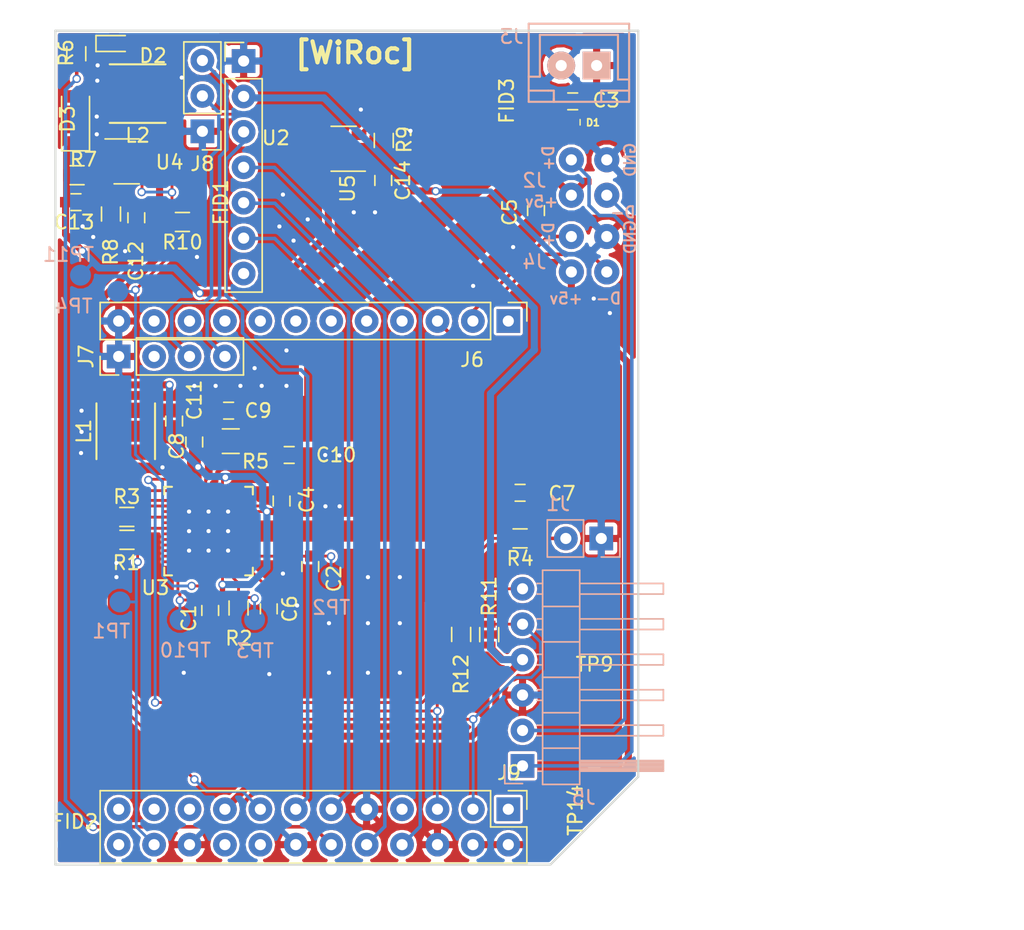
<source format=kicad_pcb>
(kicad_pcb (version 20171130) (host pcbnew 5.0.2-bee76a0~70~ubuntu16.04.1)
  (layers (0 F.Cu signal) (31 B.Cu signal) (34 B.Paste user) (35 F.Paste user) (36 B.SilkS user) (37 F.SilkS user) (38 B.Mask user) (39 F.Mask user) (44 Edge.Cuts user))
  (net 0 "")
  (net 1 GND)
  (net 2 IPSOUT)
  (net 3 "Net-(C2-Pad1)")
  (net 4 BAT)
  (net 5 VBUS)
  (net 6 "Net-(C6-Pad1)")
  (net 7 PWRON)
  (net 8 "Net-(C11-Pad2)")
  (net 9 "Net-(C13-Pad1)")
  (net 10 VDD_5V)
  (net 11 "Net-(D2-Pad1)")
  (net 12 SYS_3.3V)
  (net 13 "Net-(D3-Pad2)")
  (net 14 "Net-(J1-Pad2)")
  (net 15 "Net-(J2-Pad2)")
  (net 16 "Net-(J2-Pad3)")
  (net 17 USBHost-DM1)
  (net 18 USBHost-DP1)
  (net 19 SDA)
  (net 20 SCK)
  (net 21 "Net-(J7-Pad3)")
  (net 22 "Net-(J7-Pad4)")
  (net 23 UART1_TX)
  (net 24 UART1_RX)
  (net 25 LORAAUX)
  (net 26 STATUS_LED)
  (net 27 LORAEN)
  (net 28 IRQ)
  (net 29 N_VBUSEN)
  (net 30 "Net-(L1-Pad1)")
  (net 31 "Net-(R2-Pad2)")
  (net 32 "Net-(R3-Pad2)")
  (net 33 "Net-(R7-Pad1)")
  (net 34 "Net-(R9-Pad2)")
  (net 35 EXTEN)
  (net 36 "Net-(J6-Pad1)")
  (net 37 "Net-(J6-Pad4)")
  (net 38 "Net-(J6-Pad5)")
  (net 39 "Net-(J6-Pad6)")
  (net 40 "Net-(J6-Pad7)")
  (net 41 "Net-(J6-Pad8)")
  (net 42 "Net-(J6-Pad9)")
  (net 43 "Net-(J6-Pad10)")
  (net 44 "Net-(J6-Pad11)")
  (net 45 "Net-(J7-Pad2)")
  (net 46 "Net-(J9-Pad1)")
  (net 47 "Net-(J9-Pad7)")
  (net 48 "Net-(J9-Pad16)")
  (net 49 "Net-(J9-Pad18)")
  (net 50 "Net-(J9-Pad19)")
  (net 51 "Net-(J9-Pad21)")
  (net 52 "Net-(J9-Pad23)")
  (net 53 "Net-(J9-Pad24)")
  (net 54 "Net-(U2-Pad7)")
  (net 55 "Net-(U3-Pad3)")
  (net 56 "Net-(U3-Pad5)")
  (net 57 "Net-(U3-Pad7)")
  (net 58 "Net-(U3-Pad8)")
  (net 59 "Net-(U3-Pad9)")
  (net 60 "Net-(U3-Pad10)")
  (net 61 "Net-(U3-Pad11)")
  (net 62 "Net-(U3-Pad12)")
  (net 63 "Net-(U3-Pad14)")
  (net 64 "Net-(U3-Pad15)")
  (net 65 "Net-(U3-Pad16)")
  (net 66 "Net-(U3-Pad17)")
  (net 67 "Net-(U3-Pad18)")
  (net 68 "Net-(U3-Pad19)")
  (net 69 "Net-(U3-Pad25)")
  (net 70 "Net-(U3-Pad28)")
  (net 71 "Net-(U3-Pad29)")
  (net 72 "Net-(U3-Pad30)")
  (net 73 "Net-(U3-Pad32)")
  (net 74 "Net-(U3-Pad33)")
  (net 75 "Net-(U3-Pad36)")
  (net 76 "Net-(U3-Pad41)")
  (net 77 "Net-(U4-Pad6)")
  (module WiRoc:VIA-0.6mm (layer F.Cu) (at 73.914 98.044)
    (fp_text reference REF** hide)
    (fp_text value VIA-0.6mm hide)
    (pad 1 thru_hole circle (at 0 0) (size 0.6 0.6) (drill 0.3) (layers *.Cu) (net 1 GND))
  )
  (module WiRoc:VIA-0.6mm (layer F.Cu) (at 73.914 94.488)
    (fp_text reference REF** hide)
    (fp_text value VIA-0.6mm hide)
    (pad 1 thru_hole circle (at 0 0) (size 0.6 0.6) (drill 0.3) (layers *.Cu) (net 1 GND))
  )
  (module WiRoc:VIA-0.6mm (layer F.Cu) (at 73.914 91.186)
    (fp_text reference REF** hide)
    (fp_text value VIA-0.6mm hide)
    (pad 1 thru_hole circle (at 0 0) (size 0.6 0.6) (drill 0.3) (layers *.Cu) (net 1 GND))
  )
  (module WiRoc:JST_2.56 (layer B.Cu) (at 89.043 54.5 180)
    (fp_text reference J3 (at 4.8308 2.0762 180) (layer B.SilkS) (effects (justify mirror)))
    (fp_text value JST-2PIN)
    (pad 2 thru_hole circle (at 1.27 0 180) (size 2 2) (drill 0.8) (layers *.Cu *.Mask B.SilkS) (net 1 GND))
    (pad 1 thru_hole rect (at -1.27 0 180) (size 2 2) (drill 0.8) (layers *.Cu *.Mask B.SilkS) (net 4 BAT))
  )
  (module WiRoc:Pin_Header_Straight_1x03_Pitch2.54mm (layer F.Cu) (at 62.04196 59.21578 180)
    (fp_text reference J8 (at 0 -2.33 180) (layer F.SilkS))
    (fp_text value HAT_Conn_DBG)
    (pad 3 thru_hole oval (at 0 5.08 180) (size 1.7 1.7) (drill 0.8) (layers *.Cu *.Mask) (net 22 "Net-(J7-Pad4)"))
    (pad 2 thru_hole oval (at 0 2.54 180) (size 1.7 1.7) (drill 0.8) (layers *.Cu *.Mask) (net 21 "Net-(J7-Pad3)"))
    (pad 1 thru_hole rect (at 0 0 180) (size 1.7 1.7) (drill 0.8) (layers *.Cu *.Mask) (net 1 GND))
  )
  (module WiRoc:Pin_Header_Straight_1x07_Pitch2.54mm (layer F.Cu) (at 65 54.175)
    (fp_text reference U2 (at 2.31 5.515) (layer F.SilkS))
    (fp_text value LoraRadio)
    (pad 1 thru_hole rect (at 0 0) (size 1.7 1.7) (drill 0.8) (layers *.Cu *.Mask) (net 1 GND))
    (pad 2 thru_hole oval (at 0 2.54) (size 1.7 1.7) (drill 0.8) (layers *.Cu *.Mask) (net 12 SYS_3.3V))
    (pad 3 thru_hole oval (at 0 5.08) (size 1.7 1.7) (drill 0.8) (layers *.Cu *.Mask) (net 27 LORAEN))
    (pad 4 thru_hole oval (at 0 7.62) (size 1.7 1.7) (drill 0.8) (layers *.Cu *.Mask) (net 23 UART1_TX))
    (pad 5 thru_hole oval (at 0 10.16) (size 1.7 1.7) (drill 0.8) (layers *.Cu *.Mask) (net 24 UART1_RX))
    (pad 6 thru_hole oval (at 0 12.7) (size 1.7 1.7) (drill 0.8) (layers *.Cu *.Mask) (net 25 LORAAUX))
    (pad 7 thru_hole oval (at 0 15.24) (size 1.7 1.7) (drill 0.8) (layers *.Cu *.Mask) (net 54 "Net-(U2-Pad7)"))
  )
  (module WiRoc:Pin_Header_Straight_1x02_Pitch2.54mm (layer B.Cu) (at 90.6449 88.4132 90)
    (fp_text reference J1 (at 2.48488 -3.10126) (layer B.SilkS) (effects (justify mirror)))
    (fp_text value Conn_01x02)
    (pad 2 thru_hole oval (at 0 -2.54 90) (size 1.7 1.7) (drill 0.8) (layers *.Cu *.Mask) (net 14 "Net-(J1-Pad2)"))
    (pad 1 thru_hole rect (at 0 0 90) (size 1.7 1.7) (drill 0.8) (layers *.Cu *.Mask) (net 1 GND))
  )
  (module WiRoc:Pin_Header_Angled_1x06_Pitch2.54mm (layer B.Cu) (at 85 104.72)
    (fp_text reference J5 (at 4.385 2.27) (layer B.SilkS) (effects (justify mirror)))
    (fp_text value Conn_01x06)
    (pad 6 thru_hole oval (at 0 -12.7) (size 1.7 1.7) (drill 0.8) (layers *.Cu *.Mask) (net 20 SCK))
    (pad 5 thru_hole oval (at 0 -10.16) (size 1.7 1.7) (drill 0.8) (layers *.Cu *.Mask) (net 19 SDA))
    (pad 4 thru_hole oval (at 0 -7.62) (size 1.7 1.7) (drill 0.8) (layers *.Cu *.Mask) (net 12 SYS_3.3V))
    (pad 3 thru_hole oval (at 0 -5.08) (size 1.7 1.7) (drill 0.8) (layers *.Cu *.Mask) (net 1 GND))
    (pad 2 thru_hole oval (at 0 -2.54) (size 1.7 1.7) (drill 0.8) (layers *.Cu *.Mask) (net 16 "Net-(J2-Pad3)"))
    (pad 1 thru_hole rect (at 0 0) (size 1.7 1.7) (drill 0.8) (layers *.Cu *.Mask) (net 15 "Net-(J2-Pad2)"))
  )
  (module WiRoc:VIA-0.6mm (layer F.Cu) (at 81.4578 70.30212)
    (fp_text reference REF** hide)
    (fp_text value VIA-0.6mm hide)
    (pad 1 thru_hole circle (at 0 0) (size 0.6 0.6) (drill 0.3) (layers *.Cu) (net 1 GND))
  )
  (module WiRoc:VIA-0.6mm (layer F.Cu) (at 84.32546 67.51828)
    (fp_text reference REF** hide)
    (fp_text value VIA-0.6mm hide)
    (pad 1 thru_hole circle (at 0 0) (size 0.6 0.6) (drill 0.3) (layers *.Cu) (net 1 GND))
  )
  (module WiRoc:USBConnPads (layer B.Cu) (at 88.5 63.8)
    (fp_text reference J2 (at -2.648 -1.062) (layer B.SilkS) (effects (justify mirror)))
    (fp_text value USB_Power_02x02)
    (fp_text user D+ (at -1.651 -2.667 -90) (layer B.SilkS) (effects (font (size 0.8 0.8)) (justify mirror)))
    (fp_text user GND (at 4.21 -2.54 -90) (layer B.SilkS) (effects (font (size 0.8 0.8)) (justify mirror)))
    (fp_text user D- (at 3.702 1.224 -180) (layer B.SilkS) (effects (font (size 0.8 0.8)) (justify mirror)))
    (fp_text user +5v (at -2.14 0.462 -180) (layer B.SilkS) (effects (font (size 0.8 0.8)) (justify mirror)))
    (pad 4 thru_hole circle (at 2.54 -2.54) (size 1.8 1.8) (drill 0.8) (layers *.Cu *.Mask) (net 1 GND))
    (pad 3 thru_hole circle (at 0 -2.54) (size 1.8 1.8) (drill 0.8) (layers *.Cu *.Mask) (net 16 "Net-(J2-Pad3)"))
    (pad 2 thru_hole circle (at 2.54 0) (size 1.8 1.8) (drill 0.8) (layers *.Cu *.Mask) (net 15 "Net-(J2-Pad2)"))
    (pad 1 thru_hole circle (at 0 0) (size 1.8 1.8) (drill 0.8) (layers *.Cu *.Mask) (net 5 VBUS))
  )
  (module WiRoc:VIA-0.6mm (layer F.Cu) (at 66.8401 98.14052)
    (fp_text reference REF** hide)
    (fp_text value VIA-0.6mm hide)
    (pad 1 thru_hole circle (at 0 0) (size 0.6 0.6) (drill 0.3) (layers *.Cu) (net 1 GND))
  )
  (module WiRoc:VIA-0.6mm (layer F.Cu) (at 91.2622 72.2503)
    (fp_text reference REF** hide)
    (fp_text value VIA-0.6mm hide)
    (pad 1 thru_hole circle (at 0 0) (size 0.6 0.6) (drill 0.3) (layers *.Cu) (net 1 GND))
  )
  (module WiRoc:VIA-0.6mm (layer F.Cu) (at 90.1065 71.21144)
    (fp_text reference REF** hide)
    (fp_text value VIA-0.6mm hide)
    (pad 1 thru_hole circle (at 0 0) (size 0.6 0.6) (drill 0.3) (layers *.Cu) (net 1 GND))
  )
  (module WiRoc:VIA-0.6mm (layer F.Cu) (at 74.422 65.024)
    (fp_text reference REF** hide)
    (fp_text value VIA-0.6mm hide)
    (pad 1 thru_hole circle (at 0 0) (size 0.6 0.6) (drill 0.3) (layers *.Cu) (net 1 GND))
  )
  (module WiRoc:VIA-0.6mm (layer F.Cu) (at 72.898 65.024)
    (fp_text reference REF** hide)
    (fp_text value VIA-0.6mm hide)
    (pad 1 thru_hole circle (at 0 0) (size 0.6 0.6) (drill 0.3) (layers *.Cu) (net 1 GND))
  )
  (module WiRoc:VIA-0.6mm (layer F.Cu) (at 76.962 59.182)
    (fp_text reference REF** hide)
    (fp_text value VIA-0.6mm hide)
    (pad 1 thru_hole circle (at 0 0) (size 0.6 0.6) (drill 0.3) (layers *.Cu) (net 1 GND))
  )
  (module WiRoc:VIA-0.6mm (layer F.Cu) (at 73.406 57.658)
    (fp_text reference REF** hide)
    (fp_text value VIA-0.6mm hide)
    (pad 1 thru_hole circle (at 0 0) (size 0.6 0.6) (drill 0.3) (layers *.Cu) (net 1 GND))
  )
  (module WiRoc:VIA-0.6mm (layer F.Cu) (at 61.65342 68.22694)
    (fp_text reference REF** hide)
    (fp_text value VIA-0.6mm hide)
    (pad 1 thru_hole circle (at 0 0) (size 0.6 0.6) (drill 0.3) (layers *.Cu) (net 1 GND))
  )
  (module WiRoc:VIA-0.6mm (layer F.Cu) (at 60.56376 55.36438)
    (fp_text reference REF** hide)
    (fp_text value VIA-0.6mm hide)
    (pad 1 thru_hole circle (at 0 0) (size 0.6 0.6) (drill 0.3) (layers *.Cu) (net 1 GND))
  )
  (module WiRoc:VIA-0.6mm (layer F.Cu) (at 56.49976 67.81038)
    (fp_text reference REF** hide)
    (fp_text value VIA-0.6mm hide)
    (pad 1 thru_hole circle (at 0 0) (size 0.6 0.6) (drill 0.3) (layers *.Cu) (net 1 GND))
  )
  (module WiRoc:VIA-0.6mm (layer F.Cu) (at 54.21376 66.79438)
    (fp_text reference REF** hide)
    (fp_text value VIA-0.6mm hide)
    (pad 1 thru_hole circle (at 0 0) (size 0.6 0.6) (drill 0.3) (layers *.Cu) (net 1 GND))
  )
  (module WiRoc:VIA-0.6mm (layer F.Cu) (at 53.45176 66.03238)
    (fp_text reference REF** hide)
    (fp_text value VIA-0.6mm hide)
    (pad 1 thru_hole circle (at 0 0) (size 0.6 0.6) (drill 0.3) (layers *.Cu) (net 1 GND))
  )
  (module WiRoc:VIA-0.6mm (layer F.Cu) (at 54.46776 59.42838)
    (fp_text reference REF** hide)
    (fp_text value VIA-0.6mm hide)
    (pad 1 thru_hole circle (at 0 0) (size 0.6 0.6) (drill 0.3) (layers *.Cu) (net 1 GND))
  )
  (module WiRoc:VIA-0.6mm (layer F.Cu) (at 54.46776 58.15838)
    (fp_text reference REF** hide)
    (fp_text value VIA-0.6mm hide)
    (pad 1 thru_hole circle (at 0 0) (size 0.6 0.6) (drill 0.3) (layers *.Cu) (net 1 GND))
  )
  (module WiRoc:VIA-0.6mm (layer F.Cu) (at 54.53126 54.48554)
    (fp_text reference REF** hide)
    (fp_text value VIA-0.6mm hide)
    (pad 1 thru_hole circle (at 0 0) (size 0.6 0.6) (drill 0.3) (layers *.Cu) (net 1 GND))
  )
  (module WiRoc:VIA-0.6mm (layer F.Cu) (at 54.50586 55.58536)
    (fp_text reference REF** hide)
    (fp_text value VIA-0.6mm hide)
    (pad 1 thru_hole circle (at 0 0) (size 0.6 0.6) (drill 0.3) (layers *.Cu) (net 1 GND))
  )
  (module WiRoc:VIA-0.6mm (layer F.Cu) (at 68.834 93.218)
    (fp_text reference REF** hide)
    (fp_text value VIA-0.6mm hide)
    (pad 1 thru_hole circle (at 0 0) (size 0.6 0.6) (drill 0.3) (layers *.Cu) (net 1 GND))
  )
  (module WiRoc:VIA-0.6mm (layer F.Cu) (at 60.706 98.044)
    (fp_text reference REF** hide)
    (fp_text value VIA-0.6mm hide)
    (pad 1 thru_hole circle (at 0 0) (size 0.6 0.6) (drill 0.3) (layers *.Cu) (net 1 GND))
  )
  (module WiRoc:VIA-0.6mm (layer F.Cu) (at 67.818 90.932)
    (fp_text reference REF** hide)
    (fp_text value VIA-0.6mm hide)
    (pad 1 thru_hole circle (at 0 0) (size 0.6 0.6) (drill 0.3) (layers *.Cu) (net 1 GND))
  )
  (module WiRoc:VIA-0.6mm (layer F.Cu) (at 55.88 91.186)
    (fp_text reference REF** hide)
    (fp_text value VIA-0.6mm hide)
    (pad 1 thru_hole circle (at 0 0) (size 0.6 0.6) (drill 0.3) (layers *.Cu) (net 1 GND))
  )
  (module WiRoc:VIA-0.6mm (layer F.Cu) (at 55.88 90.17)
    (fp_text reference REF** hide)
    (fp_text value VIA-0.6mm hide)
    (pad 1 thru_hole circle (at 0 0) (size 0.6 0.6) (drill 0.3) (layers *.Cu) (net 1 GND))
  )
  (module WiRoc:VIA-0.6mm (layer F.Cu) (at 68.072 74.93)
    (fp_text reference REF** hide)
    (fp_text value VIA-0.6mm hide)
    (pad 1 thru_hole circle (at 0 0) (size 0.6 0.6) (drill 0.3) (layers *.Cu) (net 1 GND))
  )
  (module WiRoc:VIA-0.6mm (layer F.Cu) (at 65.786 76.2)
    (fp_text reference REF** hide)
    (fp_text value VIA-0.6mm hide)
    (pad 1 thru_hole circle (at 0 0) (size 0.6 0.6) (drill 0.3) (layers *.Cu) (net 1 GND))
  )
  (module WiRoc:VIA-0.6mm (layer F.Cu) (at 68.072 77.47)
    (fp_text reference REF** hide)
    (fp_text value VIA-0.6mm hide)
    (pad 1 thru_hole circle (at 0 0) (size 0.6 0.6) (drill 0.3) (layers *.Cu) (net 1 GND))
  )
  (module WiRoc:VIA-0.6mm (layer F.Cu) (at 66.294 77.47)
    (fp_text reference REF** hide)
    (fp_text value VIA-0.6mm hide)
    (pad 1 thru_hole circle (at 0 0) (size 0.6 0.6) (drill 0.3) (layers *.Cu) (net 1 GND))
  )
  (module WiRoc:VIA-0.6mm (layer F.Cu) (at 64.77 77.47)
    (fp_text reference REF** hide)
    (fp_text value VIA-0.6mm hide)
    (pad 1 thru_hole circle (at 0 0) (size 0.6 0.6) (drill 0.3) (layers *.Cu) (net 1 GND))
  )
  (module WiRoc:VIA-0.6mm (layer F.Cu) (at 62.992 77.47)
    (fp_text reference REF** hide)
    (fp_text value VIA-0.6mm hide)
    (pad 1 thru_hole circle (at 0 0) (size 0.6 0.6) (drill 0.3) (layers *.Cu) (net 1 GND))
  )
  (module WiRoc:VIA-0.6mm (layer F.Cu) (at 61.468 77.47)
    (fp_text reference REF** hide)
    (fp_text value VIA-0.6mm hide)
    (pad 1 thru_hole circle (at 0 0) (size 0.6 0.6) (drill 0.3) (layers *.Cu) (net 1 GND))
  )
  (module WiRoc:VIA-0.6mm (layer F.Cu) (at 59.182 83.312)
    (fp_text reference REF** hide)
    (fp_text value VIA-0.6mm hide)
    (pad 1 thru_hole circle (at 0 0) (size 0.6 0.6) (drill 0.3) (layers *.Cu) (net 1 GND))
  )
  (module WiRoc:VIA-0.6mm (layer F.Cu) (at 53.34 82.28584)
    (fp_text reference REF** hide)
    (fp_text value VIA-0.6mm hide)
    (pad 1 thru_hole circle (at 0 0) (size 0.6 0.6) (drill 0.3) (layers *.Cu) (net 1 GND))
  )
  (module WiRoc:VIA-0.6mm (layer F.Cu) (at 53.37556 80.76946)
    (fp_text reference REF** hide)
    (fp_text value VIA-0.6mm hide)
    (pad 1 thru_hole circle (at 0 0) (size 0.6 0.6) (drill 0.3) (layers *.Cu) (net 1 GND))
  )
  (module WiRoc:VIA-0.6mm (layer F.Cu) (at 53.37556 79.25054)
    (fp_text reference REF** hide)
    (fp_text value VIA-0.6mm hide)
    (pad 1 thru_hole circle (at 0 0) (size 0.6 0.6) (drill 0.3) (layers *.Cu) (net 1 GND))
  )
  (module WiRoc:VIA-0.6mm (layer F.Cu) (at 68.58 67.056)
    (fp_text reference REF** hide)
    (fp_text value VIA-0.6mm hide)
    (pad 1 thru_hole circle (at 0 0) (size 0.6 0.6) (drill 0.3) (layers *.Cu) (net 1 GND))
  )
  (module WiRoc:VIA-0.6mm (layer F.Cu) (at 67.564 66.04)
    (fp_text reference REF** hide)
    (fp_text value VIA-0.6mm hide)
    (pad 1 thru_hole circle (at 0 0) (size 0.6 0.6) (drill 0.3) (layers *.Cu) (net 1 GND))
  )
  (module WiRoc:VIA-0.6mm (layer F.Cu) (at 69.596 65.532)
    (fp_text reference REF** hide)
    (fp_text value VIA-0.6mm hide)
    (pad 1 thru_hole circle (at 0 0) (size 0.6 0.6) (drill 0.3) (layers *.Cu) (net 1 GND))
  )
  (module WiRoc:VIA-0.6mm (layer F.Cu) (at 67.818 63.754)
    (fp_text reference REF** hide)
    (fp_text value VIA-0.6mm hide)
    (pad 1 thru_hole circle (at 0 0) (size 0.6 0.6) (drill 0.3) (layers *.Cu) (net 1 GND))
  )
  (module WiRoc:VIA-0.6mm (layer F.Cu) (at 71.12 98.044)
    (fp_text reference REF** hide)
    (fp_text value VIA-0.6mm hide)
    (pad 1 thru_hole circle (at 0 0) (size 0.6 0.6) (drill 0.3) (layers *.Cu) (net 1 GND))
  )
  (module WiRoc:VIA-0.6mm (layer F.Cu) (at 71.12 94.488)
    (fp_text reference REF** hide)
    (fp_text value VIA-0.6mm hide)
    (pad 1 thru_hole circle (at 0 0) (size 0.6 0.6) (drill 0.3) (layers *.Cu) (net 1 GND))
  )
  (module WiRoc:VIA-0.6mm (layer F.Cu) (at 76.2 98.044)
    (fp_text reference REF** hide)
    (fp_text value VIA-0.6mm hide)
    (pad 1 thru_hole circle (at 0 0) (size 0.6 0.6) (drill 0.3) (layers *.Cu) (net 1 GND))
  )
  (module WiRoc:VIA-0.6mm (layer F.Cu) (at 76.2 94.488)
    (fp_text reference REF** hide)
    (fp_text value VIA-0.6mm hide)
    (pad 1 thru_hole circle (at 0 0) (size 0.6 0.6) (drill 0.3) (layers *.Cu) (net 1 GND))
  )
  (module WiRoc:VIA-0.6mm (layer F.Cu) (at 76.2 91.186)
    (fp_text reference REF** hide)
    (fp_text value VIA-0.6mm hide)
    (pad 1 thru_hole circle (at 0 0) (size 0.6 0.6) (drill 0.3) (layers *.Cu) (net 1 GND))
  )
  (module WiRoc:VIA-0.6mm (layer F.Cu) (at 70.866 86.106)
    (fp_text reference REF** hide)
    (fp_text value VIA-0.6mm hide)
    (pad 1 thru_hole circle (at 0 0) (size 0.6 0.6) (drill 0.3) (layers *.Cu) (net 1 GND))
  )
  (module WiRoc:VIA-0.6mm (layer F.Cu) (at 71.882 86.106)
    (fp_text reference REF** hide)
    (fp_text value VIA-0.6mm hide)
    (pad 1 thru_hole circle (at 0 0) (size 0.6 0.6) (drill 0.3) (layers *.Cu) (net 1 GND))
  )
  (module WiRoc:VIA-0.6mm (layer F.Cu) (at 71.8566 82.45602)
    (fp_text reference REF** hide)
    (fp_text value VIA-0.6mm hide)
    (pad 1 thru_hole circle (at 0 0) (size 0.6 0.6) (drill 0.3) (layers *.Cu) (net 1 GND))
  )
  (module Capacitors_SMD:C_0603 (layer F.Cu) (at 57.30486 65.41338 270)
    (fp_text reference C12 (at 3.1115 0.0254 90) (layer F.SilkS))
    (fp_text value 10uF)
    (pad 2 smd rect (at 0.75 0 270) (size 0.8 0.75) (layers F.Cu F.Paste F.Mask) (net 1 GND))
    (pad 1 smd rect (at -0.75 0 270) (size 0.8 0.75) (layers F.Cu F.Paste F.Mask) (net 2 IPSOUT))
  )
  (module Capacitors_SMD:C_0603 (layer F.Cu) (at 62.6033 93.5776 270)
    (fp_text reference C1 (at 0.55988 1.529 270) (layer F.SilkS))
    (fp_text value 4.7uF)
    (pad 2 smd rect (at 0.75 0 270) (size 0.8 0.75) (layers F.Cu F.Paste F.Mask) (net 1 GND))
    (pad 1 smd rect (at -0.75 0 270) (size 0.8 0.75) (layers F.Cu F.Paste F.Mask) (net 2 IPSOUT))
  )
  (module Capacitors_SMD:C_0603 (layer F.Cu) (at 69.7788 90.4266 270)
    (fp_text reference C2 (at 0.8737 -1.70188 90) (layer F.SilkS))
    (fp_text value 1uF)
    (pad 2 smd rect (at 0.75 0 270) (size 0.8 0.75) (layers F.Cu F.Paste F.Mask) (net 1 GND))
    (pad 1 smd rect (at -0.75 0 270) (size 0.8 0.75) (layers F.Cu F.Paste F.Mask) (net 3 "Net-(C2-Pad1)"))
  )
  (module Capacitors_SMD:C_0603 (layer F.Cu) (at 88.598 57.0672 180)
    (fp_text reference C3 (at -2.4025 0.079 180) (layer F.SilkS))
    (fp_text value 4.7uF)
    (pad 2 smd rect (at 0.75 0 180) (size 0.8 0.75) (layers F.Cu F.Paste F.Mask) (net 1 GND))
    (pad 1 smd rect (at -0.75 0 180) (size 0.8 0.75) (layers F.Cu F.Paste F.Mask) (net 4 BAT))
  )
  (module Capacitors_SMD:C_0603 (layer F.Cu) (at 67.7214 85.7283 90)
    (fp_text reference C4 (at 0.1049 1.80856 270) (layer F.SilkS))
    (fp_text value 10uF)
    (pad 2 smd rect (at 0.75 0 90) (size 0.8 0.75) (layers F.Cu F.Paste F.Mask) (net 1 GND))
    (pad 1 smd rect (at -0.75 0 90) (size 0.8 0.75) (layers F.Cu F.Paste F.Mask) (net 2 IPSOUT))
  )
  (module Capacitors_SMD:C_0603 (layer F.Cu) (at 85.9663 64.89954 270)
    (fp_text reference C5 (at 0.12446 1.8923 270) (layer F.SilkS))
    (fp_text value 10uF)
    (pad 2 smd rect (at 0.75 0 270) (size 0.8 0.75) (layers F.Cu F.Paste F.Mask) (net 1 GND))
    (pad 1 smd rect (at -0.75 0 270) (size 0.8 0.75) (layers F.Cu F.Paste F.Mask) (net 5 VBUS))
  )
  (module Capacitors_SMD:C_0603 (layer F.Cu) (at 66.802 93.46 270)
    (fp_text reference C6 (at 0 -1.5 270) (layer F.SilkS))
    (fp_text value 1uF)
    (pad 2 smd rect (at 0.75 0 270) (size 0.8 0.75) (layers F.Cu F.Paste F.Mask) (net 1 GND))
    (pad 1 smd rect (at -0.75 0 270) (size 0.8 0.75) (layers F.Cu F.Paste F.Mask) (net 6 "Net-(C6-Pad1)"))
  )
  (module Capacitors_SMD:C_0603 (layer F.Cu) (at 84.82584 85.13826 180)
    (fp_text reference C7 (at -3.00228 -0.0508 180) (layer F.SilkS))
    (fp_text value 100pF)
    (pad 2 smd rect (at 0.75 0 180) (size 0.8 0.75) (layers F.Cu F.Paste F.Mask) (net 7 PWRON))
    (pad 1 smd rect (at -0.75 0 180) (size 0.8 0.75) (layers F.Cu F.Paste F.Mask) (net 1 GND))
  )
  (module Capacitors_SMD:C_0603 (layer F.Cu) (at 61.46038 81.4959 270)
    (fp_text reference C8 (at 0.2921 1.26238 270) (layer F.SilkS))
    (fp_text value 4.7uF)
    (pad 2 smd rect (at 0.75 0 270) (size 0.8 0.75) (layers F.Cu F.Paste F.Mask) (net 2 IPSOUT))
    (pad 1 smd rect (at -0.75 0 270) (size 0.8 0.75) (layers F.Cu F.Paste F.Mask) (net 1 GND))
  )
  (module Capacitors_SMD:C_0603 (layer F.Cu) (at 63.92164 79.248 180)
    (fp_text reference C9 (at -2.11836 0 180) (layer F.SilkS))
    (fp_text value 1uF)
    (pad 2 smd rect (at 0.75 0 180) (size 0.8 0.75) (layers F.Cu F.Paste F.Mask) (net 8 "Net-(C11-Pad2)"))
    (pad 1 smd rect (at -0.75 0 180) (size 0.8 0.75) (layers F.Cu F.Paste F.Mask) (net 4 BAT))
  )
  (module Capacitors_SMD:C_0603 (layer F.Cu) (at 68.2675 82.4263 180)
    (fp_text reference C10 (at -3.3655 0 180) (layer F.SilkS))
    (fp_text value 4.7uF)
    (pad 2 smd rect (at 0.75 0 180) (size 0.8 0.75) (layers F.Cu F.Paste F.Mask) (net 4 BAT))
    (pad 1 smd rect (at -0.75 0 180) (size 0.8 0.75) (layers F.Cu F.Paste F.Mask) (net 1 GND))
  )
  (module Capacitors_SMD:C_0603 (layer F.Cu) (at 60.01512 79.99476 90)
    (fp_text reference C11 (at 1.50876 1.45288 -90) (layer F.SilkS))
    (fp_text value 4.7uF)
    (pad 2 smd rect (at 0.75 0 90) (size 0.8 0.75) (layers F.Cu F.Paste F.Mask) (net 8 "Net-(C11-Pad2)"))
    (pad 1 smd rect (at -0.75 0 90) (size 0.8 0.75) (layers F.Cu F.Paste F.Mask) (net 1 GND))
  )
  (module Capacitors_SMD:C_0603 (layer F.Cu) (at 52.98036 64.29578)
    (fp_text reference C13 (at -0.127 1.4351) (layer F.SilkS))
    (fp_text value 10uF)
    (pad 2 smd rect (at 0.75 0) (size 0.8 0.75) (layers F.Cu F.Paste F.Mask) (net 1 GND))
    (pad 1 smd rect (at -0.75 0) (size 0.8 0.75) (layers F.Cu F.Paste F.Mask) (net 9 "Net-(C13-Pad1)"))
  )
  (module Capacitors_SMD:C_0603 (layer F.Cu) (at 75.0112 62.7413 90)
    (fp_text reference C14 (at -0.00851 1.402608 90) (layer F.SilkS))
    (fp_text value 10uF)
    (pad 2 smd rect (at 0.75 0 90) (size 0.8 0.75) (layers F.Cu F.Paste F.Mask) (net 1 GND))
    (pad 1 smd rect (at -0.75 0 90) (size 0.8 0.75) (layers F.Cu F.Paste F.Mask) (net 10 VDD_5V))
  )
  (module WiRoc:SOD-882L (layer F.Cu) (at 88.598 58.5672 180)
    (fp_text reference D1 (at -1.45 -0.025 180) (layer F.SilkS) (effects (font (size 0.5 0.5) (thickness 0.125))))
    (fp_text value D_TVS)
    (pad 1 smd rect (at -0.325 0 180) (size 0.3 0.55) (layers F.Cu F.Paste F.Mask) (net 4 BAT))
    (pad 2 smd rect (at 0.325 0 180) (size 0.3 0.55) (layers F.Cu F.Paste F.Mask) (net 1 GND))
  )
  (module Diodes_SMD:D_0603 (layer F.Cu) (at 55.71236 52.9209)
    (fp_text reference D2 (at 2.78892 0.87376) (layer F.SilkS))
    (fp_text value LED)
    (pad 1 smd rect (at -0.85 0) (size 0.6 0.8) (layers F.Cu F.Paste F.Mask) (net 11 "Net-(D2-Pad1)"))
    (pad 2 smd rect (at 0.85 0) (size 0.6 0.8) (layers F.Cu F.Paste F.Mask) (net 12 SYS_3.3V))
  )
  (module Diodes_SMD:D_SOD-123 (layer F.Cu) (at 52.94876 58.36488 90)
    (fp_text reference D3 (at 0.03378 -0.57904 90) (layer F.SilkS))
    (fp_text value IN5819)
    (pad 1 smd rect (at -1.65 0 90) (size 0.9 1.2) (layers F.Cu F.Paste F.Mask) (net 9 "Net-(C13-Pad1)"))
    (pad 2 smd rect (at 1.65 0 90) (size 0.9 1.2) (layers F.Cu F.Paste F.Mask) (net 13 "Net-(D3-Pad2)"))
  )
  (module WiRoc:Fiducial (layer F.Cu) (at 61.54016 63.56858)
    (fp_text reference FID1 (at 1.82776 0.73914 270) (layer F.SilkS))
    (fp_text value FIDUCIAL)
    (pad 1 smd circle (at 0 0) (size 1 1) (layers F.Cu F.Mask) (clearance 0.5))
  )
  (module WiRoc:Fiducial (layer F.Cu) (at 52.91582 110.36808)
    (fp_text reference FID2 (at 0 -1.651) (layer F.SilkS))
    (fp_text value FIDUCIAL)
    (pad 1 smd circle (at 0 0) (size 1 1) (layers F.Cu F.Mask) (clearance 0.5))
  )
  (module WiRoc:Fiducial (layer F.Cu) (at 82.99196 54.07406)
    (fp_text reference FID3 (at 0.8698 2.9558 90) (layer F.SilkS))
    (fp_text value FIDUCIAL)
    (pad 1 smd circle (at 0 0) (size 1 1) (layers F.Cu F.Mask) (clearance 0.5))
  )
  (module Resistors_SMD:R_0603 (layer F.Cu) (at 56.6343 88.5096)
    (fp_text reference R1 (at -0.05 1.65) (layer F.SilkS))
    (fp_text value 100K-1%)
    (pad 1 smd rect (at -0.75 0) (size 0.5 0.9) (layers F.Cu F.Paste F.Mask) (net 1 GND))
    (pad 2 smd rect (at 0.75 0) (size 0.5 0.9) (layers F.Cu F.Paste F.Mask) (net 29 N_VBUSEN))
  )
  (module Resistors_SMD:R_0603 (layer F.Cu) (at 64.6353 93.3991 90)
    (fp_text reference R2 (at -2.175 0.025 180) (layer F.SilkS))
    (fp_text value 200K-1%)
    (pad 1 smd rect (at -0.75 0 90) (size 0.5 0.9) (layers F.Cu F.Paste F.Mask) (net 1 GND))
    (pad 2 smd rect (at 0.75 0 90) (size 0.5 0.9) (layers F.Cu F.Paste F.Mask) (net 31 "Net-(R2-Pad2)"))
  )
  (module Resistors_SMD:R_0603 (layer F.Cu) (at 56.6223 86.8701)
    (fp_text reference R3 (at 0 -1.45) (layer F.SilkS))
    (fp_text value 200K-1%)
    (pad 1 smd rect (at -0.75 0) (size 0.5 0.9) (layers F.Cu F.Paste F.Mask) (net 1 GND))
    (pad 2 smd rect (at 0.75 0) (size 0.5 0.9) (layers F.Cu F.Paste F.Mask) (net 32 "Net-(R3-Pad2)"))
  )
  (module Resistors_SMD:R_0603 (layer F.Cu) (at 84.82584 88.40724 180)
    (fp_text reference R4 (at 0 -1.45 180) (layer F.SilkS))
    (fp_text value 1K)
    (pad 1 smd rect (at -0.75 0 180) (size 0.5 0.9) (layers F.Cu F.Paste F.Mask) (net 14 "Net-(J1-Pad2)"))
    (pad 2 smd rect (at 0.75 0 180) (size 0.5 0.9) (layers F.Cu F.Paste F.Mask) (net 7 PWRON))
  )
  (module Resistors_SMD:R_0805 (layer F.Cu) (at 64.07658 81.43494)
    (fp_text reference R5 (at 1.77808 1.45212) (layer F.SilkS))
    (fp_text value 0R03)
    (pad 1 smd rect (at -0.95 0) (size 0.7 1.3) (layers F.Cu F.Paste F.Mask) (net 8 "Net-(C11-Pad2)"))
    (pad 2 smd rect (at 0.95 0) (size 0.7 1.3) (layers F.Cu F.Paste F.Mask) (net 4 BAT))
  )
  (module Resistors_SMD:R_0603 (layer F.Cu) (at 52.99964 53.65242 270)
    (fp_text reference R6 (at -0.06096 0.73914 270) (layer F.SilkS))
    (fp_text value 1K)
    (pad 1 smd rect (at -0.75 0 270) (size 0.5 0.9) (layers F.Cu F.Paste F.Mask) (net 11 "Net-(D2-Pad1)"))
    (pad 2 smd rect (at 0.75 0 270) (size 0.5 0.9) (layers F.Cu F.Paste F.Mask) (net 26 STATUS_LED))
  )
  (module Resistors_SMD:R_0603 (layer F.Cu) (at 53.05656 62.36538 180)
    (fp_text reference R7 (at -0.45616 1.13614) (layer F.SilkS))
    (fp_text value 200K-1%)
    (pad 1 smd rect (at -0.75 0 180) (size 0.5 0.9) (layers F.Cu F.Paste F.Mask) (net 33 "Net-(R7-Pad1)"))
    (pad 2 smd rect (at 0.75 0 180) (size 0.5 0.9) (layers F.Cu F.Paste F.Mask) (net 9 "Net-(C13-Pad1)"))
  )
  (module Resistors_SMD:R_0603 (layer F.Cu) (at 55.48876 65.14668 90)
    (fp_text reference R8 (at -2.7178 -0.0254 90) (layer F.SilkS))
    (fp_text value 24K-1%)
    (pad 1 smd rect (at -0.75 0 90) (size 0.5 0.9) (layers F.Cu F.Paste F.Mask) (net 1 GND))
    (pad 2 smd rect (at 0.75 0 90) (size 0.5 0.9) (layers F.Cu F.Paste F.Mask) (net 33 "Net-(R7-Pad1)"))
  )
  (module Resistors_SMD:R_0603 (layer F.Cu) (at 75.0493 59.8711 90)
    (fp_text reference R9 (at 0.0635 1.4732 90) (layer F.SilkS))
    (fp_text value 3.6K-1%)
    (pad 1 smd rect (at -0.75 0 90) (size 0.5 0.9) (layers F.Cu F.Paste F.Mask) (net 1 GND))
    (pad 2 smd rect (at 0.75 0 90) (size 0.5 0.9) (layers F.Cu F.Paste F.Mask) (net 34 "Net-(R9-Pad2)"))
  )
  (module TO_SOT_Packages_SMD:SOT-23-6 (layer F.Cu) (at 56.613146 61.371314)
    (fp_text reference U4 (at 3.074314 0.066206) (layer F.SilkS))
    (fp_text value LP6226/SY7208)
    (pad 1 smd rect (at -1.1 -0.95) (size 1.06 0.65) (layers F.Cu F.Paste F.Mask) (net 13 "Net-(D3-Pad2)"))
    (pad 2 smd rect (at -1.1 0) (size 1.06 0.65) (layers F.Cu F.Paste F.Mask) (net 1 GND))
    (pad 3 smd rect (at -1.1 0.95) (size 1.06 0.65) (layers F.Cu F.Paste F.Mask) (net 33 "Net-(R7-Pad1)"))
    (pad 4 smd rect (at 1.1 0.95) (size 1.06 0.65) (layers F.Cu F.Paste F.Mask) (net 35 EXTEN))
    (pad 6 smd rect (at 1.1 -0.95) (size 1.06 0.65) (layers F.Cu F.Paste F.Mask) (net 77 "Net-(U4-Pad6)"))
    (pad 5 smd rect (at 1.1 0) (size 1.06 0.65) (layers F.Cu F.Paste F.Mask) (net 2 IPSOUT))
  )
  (module TO_SOT_Packages_SMD:SOT-23-5 (layer F.Cu) (at 72.1742 60.4655 180)
    (fp_text reference U5 (at -0.2843 -2.86 270) (layer F.SilkS))
    (fp_text value SY6280)
    (pad 1 smd rect (at -1.1 -0.95 180) (size 1.06 0.65) (layers F.Cu F.Paste F.Mask) (net 10 VDD_5V))
    (pad 2 smd rect (at -1.1 0 180) (size 1.06 0.65) (layers F.Cu F.Paste F.Mask) (net 1 GND))
    (pad 3 smd rect (at -1.1 0.95 180) (size 1.06 0.65) (layers F.Cu F.Paste F.Mask) (net 34 "Net-(R9-Pad2)"))
    (pad 4 smd rect (at 1.1 0.95 180) (size 1.06 0.65) (layers F.Cu F.Paste F.Mask) (net 35 EXTEN))
    (pad 5 smd rect (at 1.1 -0.95 180) (size 1.06 0.65) (layers F.Cu F.Paste F.Mask) (net 9 "Net-(C13-Pad1)"))
  )
  (module Measurement_Points:Measurement_Point_Round-SMD-Pad_Small (layer F.Cu) (at 56.134 92.964)
    (fp_text reference TP1 (at -0.635 2.10058) (layer B.SilkS) (effects (justify mirror)))
    (fp_text value TEST)
    (pad 1 smd circle (at 0 0) (size 1.5 1.5) (layers B.Cu B.Mask) (net 29 N_VBUSEN))
  )
  (module Measurement_Points:Measurement_Point_Round-SMD-Pad_Small (layer F.Cu) (at 71.27 91.17)
    (fp_text reference TP2 (at 0.00748 2.19532) (layer B.SilkS) (effects (justify mirror)))
    (fp_text value TEST)
    (pad 1 smd circle (at 0 0) (size 1.5 1.5) (layers B.Cu B.Mask) (net 3 "Net-(C2-Pad1)"))
  )
  (module Measurement_Points:Measurement_Point_Round-SMD-Pad_Small (layer F.Cu) (at 65.786 94.234)
    (fp_text reference TP3 (at 0.02286 2.2352) (layer B.SilkS) (effects (justify mirror)))
    (fp_text value TEST)
    (pad 1 smd circle (at 0 0) (size 1.5 1.5) (layers B.Cu B.Mask) (net 31 "Net-(R2-Pad2)"))
  )
  (module Measurement_Points:Measurement_Point_Round-SMD-Pad_Small (layer F.Cu) (at 55.97 70.7)
    (fp_text reference TP4 (at -3.16086 1.055) (layer B.SilkS) (effects (justify mirror)))
    (fp_text value TEST)
    (pad 1 smd circle (at 0 0) (size 1.5 1.5) (layers B.Cu B.Mask) (net 35 EXTEN))
  )
  (module Measurement_Points:Measurement_Point_Round-SMD-Pad_Small (layer F.Cu) (at 90.18524 99.48672)
    (fp_text reference TP9 (at -0.01604 -2.0426) (layer F.SilkS))
    (fp_text value TEST)
    (pad 1 smd circle (at 0 0) (size 1.5 1.5) (layers F.Cu F.Mask) (net 1 GND))
  )
  (module Measurement_Points:Measurement_Point_Round-SMD-Pad_Small (layer F.Cu) (at 60.44 94.234)
    (fp_text reference TP10 (at 0.3803 2.1971) (layer B.SilkS) (effects (justify mirror)))
    (fp_text value TEST)
    (pad 1 smd circle (at 0 0) (size 1.5 1.5) (layers B.Cu B.Mask) (net 2 IPSOUT))
  )
  (module Measurement_Points:Measurement_Point_Round-SMD-Pad_Small (layer F.Cu) (at 53.3019 69.5325)
    (fp_text reference TP11 (at -0.86868 -1.47828) (layer B.SilkS) (effects (justify mirror)))
    (fp_text value TEST)
    (pad 1 smd circle (at 0 0) (size 1.5 1.5) (layers B.Cu B.Mask) (net 9 "Net-(C13-Pad1)"))
  )
  (module Measurement_Points:Measurement_Point_Round-SMD-Pad_Small (layer F.Cu) (at 90.14 105.7)
    (fp_text reference TP14 (at -1.34922 2.20174 270) (layer F.SilkS))
    (fp_text value TEST)
    (pad 1 smd circle (at 0 0) (size 1.5 1.5) (layers F.Cu F.Mask) (net 10 VDD_5V))
  )
  (module WiRoc:VIA-0.6mm (layer F.Cu) (at 70.85076 82.43062)
    (fp_text reference REF** hide)
    (fp_text value VIA-0.6mm hide)
    (pad 1 thru_hole circle (at 0 0) (size 0.6 0.6) (drill 0.3) (layers *.Cu) (net 1 GND))
  )
  (module Resistors_SMD:R_0603 (layer F.Cu) (at 60.61202 65.71742 180)
    (fp_text reference R10 (at 0 -1.45 180) (layer F.SilkS))
    (fp_text value 100K-1%)
    (pad 1 smd rect (at -0.75 0 180) (size 0.5 0.9) (layers F.Cu F.Paste F.Mask) (net 1 GND))
    (pad 2 smd rect (at 0.75 0 180) (size 0.5 0.9) (layers F.Cu F.Paste F.Mask) (net 35 EXTEN))
  )
  (module Resistors_SMD:R_0603 (layer F.Cu) (at 82.61096 95.30842 270)
    (fp_text reference R11 (at -2.7559 0 270) (layer F.SilkS))
    (fp_text value 10K)
    (pad 2 smd rect (at 0.75 0 270) (size 0.5 0.9) (layers F.Cu F.Paste F.Mask) (net 12 SYS_3.3V))
    (pad 1 smd rect (at -0.75 0 270) (size 0.5 0.9) (layers F.Cu F.Paste F.Mask) (net 19 SDA))
  )
  (module Resistors_SMD:R_0603 (layer F.Cu) (at 80.59928 95.29572 270)
    (fp_text reference R12 (at 2.85242 0 270) (layer F.SilkS))
    (fp_text value 10K)
    (pad 1 smd rect (at -0.75 0 270) (size 0.5 0.9) (layers F.Cu F.Paste F.Mask) (net 20 SCK))
    (pad 2 smd rect (at 0.75 0 270) (size 0.5 0.9) (layers F.Cu F.Paste F.Mask) (net 12 SYS_3.3V))
  )
  (module WiRoc:USBConnPads (layer B.Cu) (at 88.5 69.3)
    (fp_text reference J4 (at -2.648 -0.72) (layer B.SilkS) (effects (justify mirror)))
    (fp_text value USB_Host_Data_02x02)
    (fp_text user +5v (at -0.381 1.905 -180) (layer B.SilkS) (effects (font (size 0.8 0.8)) (justify mirror)))
    (fp_text user D- (at 2.667 1.905 -180) (layer B.SilkS) (effects (font (size 0.8 0.8)) (justify mirror)))
    (fp_text user GND (at 4.21 -2.498 -90) (layer B.SilkS) (effects (font (size 0.8 0.8)) (justify mirror)))
    (fp_text user D+ (at -1.651 -2.667 -90) (layer B.SilkS) (effects (font (size 0.8 0.8)) (justify mirror)))
    (pad 1 thru_hole circle (at 0 0) (size 1.8 1.8) (drill 0.8) (layers *.Cu *.Mask) (net 10 VDD_5V))
    (pad 2 thru_hole circle (at 2.54 0) (size 1.8 1.8) (drill 0.8) (layers *.Cu *.Mask) (net 17 USBHost-DM1))
    (pad 3 thru_hole circle (at 0 -2.54) (size 1.8 1.8) (drill 0.8) (layers *.Cu *.Mask) (net 18 USBHost-DP1))
    (pad 4 thru_hole circle (at 2.54 -2.54) (size 1.8 1.8) (drill 0.8) (layers *.Cu *.Mask) (net 1 GND))
  )
  (module WiRoc:Pin_Header_Straight_1x12_Pitch2.54mm (layer F.Cu) (at 83.98 72.82 270)
    (fp_text reference J6 (at 2.77548 2.59332) (layer F.SilkS))
    (fp_text value NanoPIAir_USBPort)
    (pad 1 thru_hole rect (at 0 0 270) (size 1.7 1.7) (drill 0.8) (layers *.Cu *.Mask) (net 36 "Net-(J6-Pad1)"))
    (pad 2 thru_hole oval (at 0 2.54 270) (size 1.7 1.7) (drill 0.8) (layers *.Cu *.Mask) (net 18 USBHost-DP1))
    (pad 3 thru_hole oval (at 0 5.08 270) (size 1.7 1.7) (drill 0.8) (layers *.Cu *.Mask) (net 17 USBHost-DM1))
    (pad 4 thru_hole oval (at 0 7.62 270) (size 1.7 1.7) (drill 0.8) (layers *.Cu *.Mask) (net 37 "Net-(J6-Pad4)"))
    (pad 5 thru_hole oval (at 0 10.16 270) (size 1.7 1.7) (drill 0.8) (layers *.Cu *.Mask) (net 38 "Net-(J6-Pad5)"))
    (pad 6 thru_hole oval (at 0 12.7 270) (size 1.7 1.7) (drill 0.8) (layers *.Cu *.Mask) (net 39 "Net-(J6-Pad6)"))
    (pad 7 thru_hole oval (at 0 15.24 270) (size 1.7 1.7) (drill 0.8) (layers *.Cu *.Mask) (net 40 "Net-(J6-Pad7)"))
    (pad 8 thru_hole oval (at 0 17.78 270) (size 1.7 1.7) (drill 0.8) (layers *.Cu *.Mask) (net 41 "Net-(J6-Pad8)"))
    (pad 9 thru_hole oval (at 0 20.32 270) (size 1.7 1.7) (drill 0.8) (layers *.Cu *.Mask) (net 42 "Net-(J6-Pad9)"))
    (pad 10 thru_hole oval (at 0 22.86 270) (size 1.7 1.7) (drill 0.8) (layers *.Cu *.Mask) (net 43 "Net-(J6-Pad10)"))
    (pad 11 thru_hole oval (at 0 25.4 270) (size 1.7 1.7) (drill 0.8) (layers *.Cu *.Mask) (net 44 "Net-(J6-Pad11)"))
    (pad 12 thru_hole oval (at 0 27.94 270) (size 1.7 1.7) (drill 0.8) (layers *.Cu *.Mask) (net 1 GND))
  )
  (module WiRoc:Pin_Header_Straight_1x04_Pitch2.54mm (layer F.Cu) (at 56.04 75.36 90)
    (fp_text reference J7 (at 0 -2.33 90) (layer F.SilkS))
    (fp_text value NanoPIAir_DebugPort)
    (pad 1 thru_hole rect (at 0 0 90) (size 1.7 1.7) (drill 0.8) (layers *.Cu *.Mask) (net 1 GND))
    (pad 2 thru_hole oval (at 0 2.54 90) (size 1.7 1.7) (drill 0.8) (layers *.Cu *.Mask) (net 45 "Net-(J7-Pad2)"))
    (pad 3 thru_hole oval (at 0 5.08 90) (size 1.7 1.7) (drill 0.8) (layers *.Cu *.Mask) (net 21 "Net-(J7-Pad3)"))
    (pad 4 thru_hole oval (at 0 7.62 90) (size 1.7 1.7) (drill 0.8) (layers *.Cu *.Mask) (net 22 "Net-(J7-Pad4)"))
  )
  (module WiRoc:Pin_Header_Straight_2x12_Pitch2.54mm (layer F.Cu) (at 83.98 107.83 270)
    (fp_text reference J9 (at -2.61558 -0.05336) (layer F.SilkS))
    (fp_text value NanoPIAir_GPIOPort)
    (pad 1 thru_hole rect (at 0 0 270) (size 1.7 1.7) (drill 0.8) (layers *.Cu *.Mask) (net 46 "Net-(J9-Pad1)"))
    (pad 2 thru_hole oval (at 2.54 0 270) (size 1.7 1.7) (drill 0.8) (layers *.Cu *.Mask) (net 10 VDD_5V))
    (pad 3 thru_hole oval (at 0 2.54 270) (size 1.7 1.7) (drill 0.8) (layers *.Cu *.Mask) (net 19 SDA))
    (pad 4 thru_hole oval (at 2.54 2.54 270) (size 1.7 1.7) (drill 0.8) (layers *.Cu *.Mask) (net 10 VDD_5V))
    (pad 5 thru_hole oval (at 0 5.08 270) (size 1.7 1.7) (drill 0.8) (layers *.Cu *.Mask) (net 20 SCK))
    (pad 6 thru_hole oval (at 2.54 5.08 270) (size 1.7 1.7) (drill 0.8) (layers *.Cu *.Mask) (net 1 GND))
    (pad 7 thru_hole oval (at 0 7.62 270) (size 1.7 1.7) (drill 0.8) (layers *.Cu *.Mask) (net 47 "Net-(J9-Pad7)"))
    (pad 8 thru_hole oval (at 2.54 7.62 270) (size 1.7 1.7) (drill 0.8) (layers *.Cu *.Mask) (net 23 UART1_TX))
    (pad 9 thru_hole oval (at 0 10.16 270) (size 1.7 1.7) (drill 0.8) (layers *.Cu *.Mask) (net 1 GND))
    (pad 10 thru_hole oval (at 2.54 10.16 270) (size 1.7 1.7) (drill 0.8) (layers *.Cu *.Mask) (net 24 UART1_RX))
    (pad 11 thru_hole oval (at 0 12.7 270) (size 1.7 1.7) (drill 0.8) (layers *.Cu *.Mask) (net 25 LORAAUX))
    (pad 12 thru_hole oval (at 2.54 12.7 270) (size 1.7 1.7) (drill 0.8) (layers *.Cu *.Mask) (net 26 STATUS_LED))
    (pad 13 thru_hole oval (at 0 15.24 270) (size 1.7 1.7) (drill 0.8) (layers *.Cu *.Mask) (net 27 LORAEN))
    (pad 14 thru_hole oval (at 2.54 15.24 270) (size 1.7 1.7) (drill 0.8) (layers *.Cu *.Mask) (net 1 GND))
    (pad 15 thru_hole oval (at 0 17.78 270) (size 1.7 1.7) (drill 0.8) (layers *.Cu *.Mask) (net 28 IRQ))
    (pad 16 thru_hole oval (at 2.54 17.78 270) (size 1.7 1.7) (drill 0.8) (layers *.Cu *.Mask) (net 48 "Net-(J9-Pad16)"))
    (pad 17 thru_hole oval (at 0 20.32 270) (size 1.7 1.7) (drill 0.8) (layers *.Cu *.Mask) (net 12 SYS_3.3V))
    (pad 18 thru_hole oval (at 2.54 20.32 270) (size 1.7 1.7) (drill 0.8) (layers *.Cu *.Mask) (net 49 "Net-(J9-Pad18)"))
    (pad 19 thru_hole oval (at 0 22.86 270) (size 1.7 1.7) (drill 0.8) (layers *.Cu *.Mask) (net 50 "Net-(J9-Pad19)"))
    (pad 20 thru_hole oval (at 2.54 22.86 270) (size 1.7 1.7) (drill 0.8) (layers *.Cu *.Mask) (net 1 GND))
    (pad 21 thru_hole oval (at 0 25.4 270) (size 1.7 1.7) (drill 0.8) (layers *.Cu *.Mask) (net 51 "Net-(J9-Pad21)"))
    (pad 22 thru_hole oval (at 2.54 25.4 270) (size 1.7 1.7) (drill 0.8) (layers *.Cu *.Mask) (net 29 N_VBUSEN))
    (pad 23 thru_hole oval (at 0 27.94 270) (size 1.7 1.7) (drill 0.8) (layers *.Cu *.Mask) (net 52 "Net-(J9-Pad23)"))
    (pad 24 thru_hole oval (at 2.54 27.94 270) (size 1.7 1.7) (drill 0.8) (layers *.Cu *.Mask) (net 53 "Net-(J9-Pad24)"))
  )
  (module WiRoc:Inductor_SLW4018 (layer F.Cu) (at 56.5454 80.7245 90)
    (fp_text reference L1 (at 0 -3 90) (layer F.SilkS))
    (fp_text value 2.2uH-DCR<0.1R-1.5A)
    (pad 2 smd rect (at 1.5 0 90) (size 1.1 3.7) (layers F.Cu F.Paste F.Mask) (net 8 "Net-(C11-Pad2)"))
    (pad 1 smd rect (at -1.5 0 90) (size 1.1 3.7) (layers F.Cu F.Paste F.Mask) (net 30 "Net-(L1-Pad1)"))
  )
  (module WiRoc:Inductor_SLW4018 (layer F.Cu) (at 57.39866 56.51068 180)
    (fp_text reference L2 (at 0 -3 180) (layer F.SilkS))
    (fp_text value 2.2uH-DCR<0.1R-1.5A)
    (pad 1 smd rect (at -1.5 0 180) (size 1.1 3.7) (layers F.Cu F.Paste F.Mask) (net 2 IPSOUT))
    (pad 2 smd rect (at 1.5 0 180) (size 1.1 3.7) (layers F.Cu F.Paste F.Mask) (net 13 "Net-(D3-Pad2)"))
  )
  (module WiRoc:qfn48_6x6mm_Pitch0.4mm (layer F.Cu) (at 62.4858 87.8836)
    (fp_text reference U3 (at -3.8118 4.0644) (layer F.SilkS))
    (fp_text value AXP209)
    (pad 1 smd oval (at -2.9 -2.2) (size 0.7 0.2) (layers F.Cu F.Paste F.Mask) (net 19 SDA))
    (pad 2 smd oval (at -2.9 -1.8) (size 0.7 0.2) (layers F.Cu F.Paste F.Mask) (net 20 SCK))
    (pad 3 smd oval (at -2.9 -1.4) (size 0.7 0.2) (layers F.Cu F.Paste F.Mask) (net 55 "Net-(U3-Pad3)"))
    (pad 4 smd oval (at -2.9 -1) (size 0.7 0.2) (layers F.Cu F.Paste F.Mask) (net 32 "Net-(R3-Pad2)"))
    (pad 5 smd oval (at -2.9 -0.6) (size 0.7 0.2) (layers F.Cu F.Paste F.Mask) (net 56 "Net-(U3-Pad5)"))
    (pad 6 smd oval (at -2.9 -0.2) (size 0.7 0.2) (layers F.Cu F.Paste F.Mask) (net 29 N_VBUSEN))
    (pad 7 smd oval (at -2.9 0.2) (size 0.7 0.2) (layers F.Cu F.Paste F.Mask) (net 57 "Net-(U3-Pad7)"))
    (pad 8 smd oval (at -2.9 0.6) (size 0.7 0.2) (layers F.Cu F.Paste F.Mask) (net 58 "Net-(U3-Pad8)"))
    (pad 9 smd oval (at -2.9 1) (size 0.7 0.2) (layers F.Cu F.Paste F.Mask) (net 59 "Net-(U3-Pad9)"))
    (pad 10 smd oval (at -2.9 1.4) (size 0.7 0.2) (layers F.Cu F.Paste F.Mask) (net 60 "Net-(U3-Pad10)"))
    (pad 11 smd oval (at -2.9 1.8) (size 0.7 0.2) (layers F.Cu F.Paste F.Mask) (net 61 "Net-(U3-Pad11)"))
    (pad 12 smd oval (at -2.9 2.2) (size 0.7 0.2) (layers F.Cu F.Paste F.Mask) (net 62 "Net-(U3-Pad12)"))
    (pad 13 smd oval (at -2.2 2.9 90) (size 0.7 0.2) (layers F.Cu F.Paste F.Mask) (net 2 IPSOUT))
    (pad 14 smd oval (at -1.8 2.9 90) (size 0.7 0.2) (layers F.Cu F.Paste F.Mask) (net 63 "Net-(U3-Pad14)"))
    (pad 15 smd oval (at -1.4 2.9 90) (size 0.7 0.2) (layers F.Cu F.Paste F.Mask) (net 64 "Net-(U3-Pad15)"))
    (pad 16 smd oval (at -1 2.9 90) (size 0.7 0.2) (layers F.Cu F.Paste F.Mask) (net 65 "Net-(U3-Pad16)"))
    (pad 17 smd oval (at -0.6 2.9 90) (size 0.7 0.2) (layers F.Cu F.Paste F.Mask) (net 66 "Net-(U3-Pad17)"))
    (pad 18 smd oval (at -0.2 2.9 90) (size 0.7 0.2) (layers F.Cu F.Paste F.Mask) (net 67 "Net-(U3-Pad18)"))
    (pad 19 smd oval (at 0.2 2.9 90) (size 0.7 0.2) (layers F.Cu F.Paste F.Mask) (net 68 "Net-(U3-Pad19)"))
    (pad 20 smd oval (at 0.6 2.9 90) (size 0.7 0.2) (layers F.Cu F.Paste F.Mask) (net 35 EXTEN))
    (pad 21 smd oval (at 1 2.9 90) (size 0.7 0.2) (layers F.Cu F.Paste F.Mask) (net 2 IPSOUT))
    (pad 22 smd oval (at 1.4 2.9 90) (size 0.7 0.2) (layers F.Cu F.Paste F.Mask) (net 1 GND))
    (pad 23 smd oval (at 1.8 2.9 90) (size 0.7 0.2) (layers F.Cu F.Paste F.Mask) (net 31 "Net-(R2-Pad2)"))
    (pad 24 smd oval (at 2.2 2.9 90) (size 0.7 0.2) (layers F.Cu F.Paste F.Mask) (net 6 "Net-(C6-Pad1)"))
    (pad 25 smd oval (at 2.9 2.2) (size 0.7 0.2) (layers F.Cu F.Paste F.Mask) (net 69 "Net-(U3-Pad25)"))
    (pad 26 smd oval (at 2.9 1.8) (size 0.7 0.2) (layers F.Cu F.Paste F.Mask) (net 3 "Net-(C2-Pad1)"))
    (pad 27 smd oval (at 2.9 1.4) (size 0.7 0.2) (layers F.Cu F.Paste F.Mask) (net 1 GND))
    (pad 28 smd oval (at 2.9 1) (size 0.7 0.2) (layers F.Cu F.Paste F.Mask) (net 70 "Net-(U3-Pad28)"))
    (pad 29 smd oval (at 2.9 0.6) (size 0.7 0.2) (layers F.Cu F.Paste F.Mask) (net 71 "Net-(U3-Pad29)"))
    (pad 30 smd oval (at 2.9 0.2) (size 0.7 0.2) (layers F.Cu F.Paste F.Mask) (net 72 "Net-(U3-Pad30)"))
    (pad 31 smd oval (at 2.9 -0.2) (size 0.7 0.2) (layers F.Cu F.Paste F.Mask) (net 5 VBUS))
    (pad 32 smd oval (at 2.9 -0.6) (size 0.7 0.2) (layers F.Cu F.Paste F.Mask) (net 73 "Net-(U3-Pad32)"))
    (pad 33 smd oval (at 2.9 -1) (size 0.7 0.2) (layers F.Cu F.Paste F.Mask) (net 74 "Net-(U3-Pad33)"))
    (pad 34 smd oval (at 2.9 -1.4) (size 0.7 0.2) (layers F.Cu F.Paste F.Mask) (net 2 IPSOUT))
    (pad 35 smd oval (at 2.9 -1.8) (size 0.7 0.2) (layers F.Cu F.Paste F.Mask) (net 2 IPSOUT))
    (pad 36 smd oval (at 2.9 -2.2) (size 0.7 0.2) (layers F.Cu F.Paste F.Mask) (net 75 "Net-(U3-Pad36)"))
    (pad 37 smd oval (at 2.2 -2.9 90) (size 0.7 0.2) (layers F.Cu F.Paste F.Mask) (net 1 GND))
    (pad 38 smd oval (at 1.8 -2.9 90) (size 0.7 0.2) (layers F.Cu F.Paste F.Mask) (net 4 BAT))
    (pad 39 smd oval (at 1.4 -2.9 90) (size 0.7 0.2) (layers F.Cu F.Paste F.Mask) (net 4 BAT))
    (pad 40 smd oval (at 1 -2.9 90) (size 0.7 0.2) (layers F.Cu F.Paste F.Mask) (net 2 IPSOUT))
    (pad 41 smd oval (at 0.6 -2.9 90) (size 0.7 0.2) (layers F.Cu F.Paste F.Mask) (net 76 "Net-(U3-Pad41)"))
    (pad 42 smd oval (at 0.2 -2.9 90) (size 0.7 0.2) (layers F.Cu F.Paste F.Mask) (net 4 BAT))
    (pad 43 smd oval (at -0.2 -2.9 90) (size 0.7 0.2) (layers F.Cu F.Paste F.Mask) (net 8 "Net-(C11-Pad2)"))
    (pad 44 smd oval (at -0.6 -2.9 90) (size 0.7 0.2) (layers F.Cu F.Paste F.Mask) (net 2 IPSOUT))
    (pad 45 smd oval (at -1 -2.9 90) (size 0.7 0.2) (layers F.Cu F.Paste F.Mask) (net 30 "Net-(L1-Pad1)"))
    (pad 46 smd oval (at -1.4 -2.9 90) (size 0.7 0.2) (layers F.Cu F.Paste F.Mask) (net 1 GND))
    (pad 47 smd oval (at -1.8 -2.9 90) (size 0.7 0.2) (layers F.Cu F.Paste F.Mask) (net 7 PWRON))
    (pad 48 smd oval (at -2.2 -2.9 90) (size 0.7 0.2) (layers F.Cu F.Paste F.Mask) (net 28 IRQ))
    (pad 49 smd rect (at 1.4 -1.4) (size 1.4 1.4) (layers F.Cu F.Paste F.Mask) (net 1 GND))
    (pad 49 smd rect (at 0 -1.4) (size 1.4 1.4) (layers F.Cu F.Paste F.Mask) (net 1 GND))
    (pad 49 smd rect (at -1.4 0) (size 1.4 1.4) (layers F.Cu F.Paste F.Mask) (net 1 GND))
    (pad 49 smd rect (at -1.4 -1.4) (size 1.4 1.4) (layers F.Cu F.Paste F.Mask) (net 1 GND))
    (pad 49 smd rect (at 0 0) (size 1.4 1.4) (layers F.Cu F.Paste F.Mask) (net 1 GND))
    (pad 49 smd rect (at 1.4 0) (size 1.4 1.4) (layers F.Cu F.Paste F.Mask) (net 1 GND))
    (pad 49 smd rect (at 1.4 1.4) (size 1.4 1.4) (layers F.Cu F.Paste F.Mask) (net 1 GND))
    (pad 49 smd rect (at 0 1.4) (size 1.4 1.4) (layers F.Cu F.Paste F.Mask) (net 1 GND))
    (pad 49 smd rect (at -1.4 1.4) (size 1.4 1.4) (layers F.Cu F.Paste F.Mask) (net 1 GND))
  )
  (gr_line (start 93.3 52) (end 93.3 105.5) (layer Edge.Cuts) (width 0.15))
  (gr_line (start 87 111.8) (end 93.3 105.5) (layer Edge.Cuts) (width 0.15))
  (gr_text [WiRoc] (at 73.00976 53.58638) (layer F.SilkS) (effects (font (size 1.5 1.5) (thickness 0.3))))
  (gr_line (start 51.5 52) (end 93.3 52) (layer Edge.Cuts) (width 0.15))
  (gr_line (start 51.5 111.8) (end 51.5 52) (layer Edge.Cuts) (width 0.15))
  (gr_line (start 51.5 111.8) (end 87 111.8) (layer Edge.Cuts) (width 0.15))
  (segment (start 90.1 103.14) (end 90.12 103.16) (width 0.2032) (layer F.Cu) (net 1))
  (segment (start 68.74 110.37) (end 67.49 109.12) (width 0.381) (layer B.Cu) (net 1))
  (segment (start 67.49 109.12) (end 62.37 109.12) (width 0.381) (layer B.Cu) (net 1))
  (segment (start 62.37 109.12) (end 61.12 110.37) (width 0.381) (layer B.Cu) (net 1))
  (segment (start 78.9 110.37) (end 77.63 109.1) (width 0.381) (layer F.Cu) (net 1))
  (segment (start 77.63 109.1) (end 75.09 109.1) (width 0.381) (layer F.Cu) (net 1))
  (segment (start 75.09 109.1) (end 73.82 107.83) (width 0.381) (layer F.Cu) (net 1))
  (segment (start 87.848 57.0672) (end 87.848 58.1422) (width 0.2032) (layer F.Cu) (net 1))
  (segment (start 87.848 58.1422) (end 88.273 58.5672) (width 0.2032) (layer F.Cu) (net 1))
  (segment (start 53.73036 64.29578) (end 53.88786 64.29578) (width 0.508) (layer F.Cu) (net 1))
  (segment (start 53.88786 64.29578) (end 55.48876 65.89668) (width 0.508) (layer F.Cu) (net 1))
  (segment (start 53.03116 63.30517) (end 53.75625 63.30517) (width 0.508) (layer F.Cu) (net 1))
  (segment (start 53.75625 63.30517) (end 53.85116 63.40008) (width 0.508) (layer F.Cu) (net 1))
  (segment (start 53.85116 63.40008) (end 53.85116 64.28308) (width 0.508) (layer F.Cu) (net 1))
  (segment (start 55.513146 61.371314) (end 53.347664 61.371314) (width 0.508) (layer F.Cu) (net 1))
  (segment (start 53.347664 61.371314) (end 53.03116 61.687818) (width 0.508) (layer F.Cu) (net 1))
  (segment (start 53.03116 61.687818) (end 53.03116 63.30517) (width 0.508) (layer F.Cu) (net 1))
  (segment (start 64.6858 84.9836) (end 64.8766 84.9836) (width 0.2032) (layer F.Cu) (net 1))
  (segment (start 67.7214 84.9783) (end 64.8819 84.9783) (width 0.508) (layer F.Cu) (net 1))
  (segment (start 64.8819 84.9783) (end 64.8766 84.9836) (width 0.508) (layer F.Cu) (net 1))
  (segment (start 57.30486 66.16338) (end 55.75546 66.16338) (width 0.508) (layer F.Cu) (net 1))
  (segment (start 55.75546 66.16338) (end 55.48876 65.89668) (width 0.508) (layer F.Cu) (net 1))
  (segment (start 61.0858 84.9836) (end 61.0858 86.4836) (width 0.2032) (layer F.Cu) (net 1))
  (segment (start 63.8858 90.7836) (end 63.8858 89.2836) (width 0.2032) (layer F.Cu) (net 1))
  (segment (start 65.3858 89.2836) (end 63.8858 89.2836) (width 0.2032) (layer F.Cu) (net 1))
  (via (at 62.4858 89.2836) (size 0.4) (drill 0.3) (layers F.Cu B.Cu) (net 1))
  (via (at 62.4858 87.8836) (size 0.4) (drill 0.3) (layers F.Cu B.Cu) (net 1))
  (via (at 63.8858 89.2836) (size 0.4) (drill 0.3) (layers F.Cu B.Cu) (net 1))
  (via (at 63.8858 87.8873) (size 0.4) (drill 0.3) (layers F.Cu B.Cu) (net 1))
  (via (at 61.0858 89.2836) (size 0.4) (drill 0.3) (layers F.Cu B.Cu) (net 1))
  (via (at 61.0858 87.8873) (size 0.4) (drill 0.3) (layers F.Cu B.Cu) (net 1))
  (via (at 61.0858 86.4836) (size 0.4) (drill 0.3) (layers F.Cu B.Cu) (net 1))
  (via (at 62.4858 86.4836) (size 0.4) (drill 0.3) (layers F.Cu B.Cu) (net 1))
  (segment (start 64.6858 85.0236) (end 64.6858 85.6836) (width 0.2032) (layer F.Cu) (net 1))
  (segment (start 64.6858 85.6836) (end 63.8858 86.4836) (width 0.2032) (layer F.Cu) (net 1))
  (via (at 63.8858 86.4836) (size 0.4) (drill 0.3) (layers F.Cu B.Cu) (net 1))
  (segment (start 60.43 92.85) (end 60.43 94.37) (width 0.2032) (layer B.Cu) (net 2))
  (segment (start 60.43 94.37) (end 60.44 94.38) (width 0.2032) (layer B.Cu) (net 2))
  (segment (start 62.6033 92.8276) (end 60.4524 92.8276) (width 0.2032) (layer F.Cu) (net 2))
  (segment (start 60.4524 92.8276) (end 60.43 92.85) (width 0.2032) (layer F.Cu) (net 2))
  (via (at 60.43 92.85) (size 0.6) (drill 0.4) (layers F.Cu B.Cu) (net 2))
  (segment (start 58.97476 64.66078) (end 58.97476 61.38418) (width 0.508) (layer F.Cu) (net 2))
  (segment (start 58.97476 61.38418) (end 58.97476 57.04078) (width 0.508) (layer F.Cu) (net 2))
  (segment (start 57.713146 61.371314) (end 58.961894 61.371314) (width 0.508) (layer F.Cu) (net 2))
  (segment (start 58.961894 61.371314) (end 58.97476 61.38418) (width 0.508) (layer F.Cu) (net 2))
  (segment (start 57.31256 64.68618) (end 57.33796 64.66078) (width 0.508) (layer F.Cu) (net 2))
  (segment (start 57.33796 64.66078) (end 58.97476 64.66078) (width 0.508) (layer F.Cu) (net 2))
  (segment (start 58.97476 57.04078) (end 59.05096 56.96458) (width 0.508) (layer F.Cu) (net 2))
  (via (at 59.6823 77.3971) (size 0.6) (drill 0.4) (layers F.Cu B.Cu) (net 2))
  (segment (start 63.4858 91.7165) (end 65.467 91.7165) (width 0.508) (layer B.Cu) (net 2))
  (segment (start 65.467 91.7165) (end 66.6673 90.5162) (width 0.508) (layer B.Cu) (net 2))
  (segment (start 66.6673 90.5162) (end 66.6673 86.4836) (width 0.508) (layer B.Cu) (net 2))
  (via (at 61.73216 83.2866) (size 0.6) (drill 0.4) (layers F.Cu B.Cu) (net 2))
  (segment (start 66.6673 86.4836) (end 67.7161 86.4836) (width 0.508) (layer F.Cu) (net 2))
  (segment (start 67.7161 86.4836) (end 67.7214 86.4783) (width 0.381) (layer F.Cu) (net 2))
  (segment (start 63.4858 91.7227) (end 63.4796 91.7165) (width 0.381) (layer B.Cu) (net 2))
  (via (at 63.4858 91.7227) (size 0.6) (drill 0.4) (layers F.Cu B.Cu) (net 2))
  (segment (start 63.4796 91.7165) (end 63.4858 91.7165) (width 0.381) (layer B.Cu) (net 2))
  (segment (start 65.3458 86.4836) (end 66.6673 86.4836) (width 0.2032) (layer F.Cu) (net 2))
  (segment (start 65.3458 86.0836) (end 66.2673 86.0836) (width 0.2032) (layer F.Cu) (net 2))
  (segment (start 66.2673 86.0836) (end 66.6673 86.4836) (width 0.2032) (layer F.Cu) (net 2))
  (segment (start 63.4858 91.7227) (end 63.4858 92.5233) (width 0.381) (layer F.Cu) (net 2))
  (segment (start 63.1815 92.8276) (end 62.6033 92.8276) (width 0.381) (layer F.Cu) (net 2))
  (segment (start 63.4858 92.5233) (end 63.1815 92.8276) (width 0.381) (layer F.Cu) (net 2))
  (segment (start 63.4858 90.7436) (end 63.4858 91.7227) (width 0.2032) (layer F.Cu) (net 2))
  (via (at 66.6673 86.4836) (size 0.6) (drill 0.4) (layers F.Cu B.Cu) (net 2))
  (segment (start 61.73216 82.51768) (end 61.46038 82.2459) (width 0.381) (layer F.Cu) (net 2))
  (segment (start 61.73216 83.2866) (end 61.73216 82.51768) (width 0.381) (layer F.Cu) (net 2))
  (segment (start 66.367301 86.183601) (end 66.6673 86.4836) (width 0.508) (layer B.Cu) (net 2))
  (segment (start 66.367301 84.577401) (end 66.367301 86.183601) (width 0.508) (layer B.Cu) (net 2))
  (segment (start 59.6823 77.3971) (end 59.6823 81.22912) (width 0.508) (layer B.Cu) (net 2))
  (segment (start 59.6823 81.22912) (end 62.4205 83.96732) (width 0.508) (layer B.Cu) (net 2))
  (segment (start 65.75722 83.96732) (end 66.367301 84.577401) (width 0.508) (layer B.Cu) (net 2))
  (segment (start 63.47206 83.96732) (end 65.75722 83.96732) (width 0.508) (layer B.Cu) (net 2))
  (segment (start 62.4205 83.96732) (end 63.47206 83.96732) (width 0.508) (layer B.Cu) (net 2))
  (segment (start 63.4858 83.98106) (end 63.47206 83.96732) (width 0.2032) (layer F.Cu) (net 2))
  (segment (start 61.8858 83.453399) (end 61.882 83.457199) (width 0.2032) (layer F.Cu) (net 2))
  (segment (start 61.882 83.457199) (end 61.882 84.4266) (width 0.2032) (layer F.Cu) (net 2))
  (segment (start 61.8858 84.4304) (end 61.8858 84.9836) (width 0.2032) (layer F.Cu) (net 2))
  (segment (start 61.882 84.4266) (end 61.8858 84.4304) (width 0.2032) (layer F.Cu) (net 2))
  (segment (start 63.4858 84.232151) (end 63.687961 84.02999) (width 0.2032) (layer F.Cu) (net 2))
  (segment (start 63.4858 84.9836) (end 63.4858 84.232151) (width 0.2032) (layer F.Cu) (net 2))
  (via (at 63.687961 84.02999) (size 0.6) (drill 0.4) (layers F.Cu B.Cu) (net 2))
  (segment (start 60.2858 91.3368) (end 60.2858 90.7836) (width 0.2032) (layer F.Cu) (net 2))
  (segment (start 60.2858 92.281536) (end 60.2858 91.3368) (width 0.2032) (layer F.Cu) (net 2))
  (segment (start 60.43 92.425736) (end 60.2858 92.281536) (width 0.2032) (layer F.Cu) (net 2))
  (segment (start 60.43 92.85) (end 60.43 92.425736) (width 0.2032) (layer F.Cu) (net 2))
  (segment (start 54.7928 77.3971) (end 59.6823 77.3971) (width 0.508) (layer F.Cu) (net 2))
  (segment (start 58.97476 67.093043) (end 54.13239 71.935413) (width 0.508) (layer F.Cu) (net 2))
  (segment (start 58.97476 64.66078) (end 58.97476 67.093043) (width 0.508) (layer F.Cu) (net 2))
  (segment (start 54.13239 71.935413) (end 54.13239 76.73669) (width 0.508) (layer F.Cu) (net 2))
  (segment (start 54.13239 76.73669) (end 54.7928 77.3971) (width 0.508) (layer F.Cu) (net 2))
  (segment (start 71.27 89.7) (end 71.27 91.17) (width 0.2032) (layer B.Cu) (net 3))
  (segment (start 69.7788 89.6766) (end 71.2466 89.6766) (width 0.2032) (layer F.Cu) (net 3))
  (segment (start 71.2466 89.6766) (end 71.27 89.7) (width 0.2032) (layer F.Cu) (net 3))
  (via (at 71.27 89.7) (size 0.6) (drill 0.4) (layers F.Cu B.Cu) (net 3))
  (segment (start 65.3458 89.6836) (end 69.7718 89.6836) (width 0.2032) (layer F.Cu) (net 3))
  (segment (start 64.2858 84.325) (end 64.2858 84.4304) (width 0.2032) (layer F.Cu) (net 4))
  (segment (start 64.2858 84.4304) (end 64.2858 84.9836) (width 0.2032) (layer F.Cu) (net 4))
  (segment (start 64.2858 85.0236) (end 63.8858 85.0236) (width 0.2032) (layer F.Cu) (net 4))
  (segment (start 62.68974 84.97966) (end 62.6858 84.9836) (width 0.2032) (layer F.Cu) (net 4))
  (segment (start 62.6858 84.57377) (end 62.6858 84.9836) (width 0.2032) (layer F.Cu) (net 4))
  (segment (start 63.496948 83.38312) (end 63.065671 83.814397) (width 0.2032) (layer F.Cu) (net 4))
  (segment (start 63.065671 83.814397) (end 63.065671 84.1939) (width 0.2032) (layer F.Cu) (net 4))
  (segment (start 63.065671 84.1939) (end 62.6858 84.57377) (width 0.2032) (layer F.Cu) (net 4))
  (segment (start 63.917401 83.38312) (end 63.496948 83.38312) (width 0.2032) (layer F.Cu) (net 4))
  (segment (start 64.280063 84.339337) (end 64.280063 83.74578) (width 0.2032) (layer F.Cu) (net 4))
  (segment (start 64.280063 83.74578) (end 63.917401 83.38312) (width 0.2032) (layer F.Cu) (net 4))
  (segment (start 63.8858 84.9836) (end 63.8858 84.7336) (width 0.2032) (layer F.Cu) (net 4))
  (segment (start 63.8858 84.7336) (end 64.280063 84.339337) (width 0.2032) (layer F.Cu) (net 4))
  (segment (start 80.135502 69.875392) (end 77.745199 72.265695) (width 0.2032) (layer F.Cu) (net 5))
  (segment (start 77.745199 72.265695) (end 77.745199 86.211801) (width 0.2032) (layer F.Cu) (net 5))
  (segment (start 77.745199 86.211801) (end 76.327 87.63) (width 0.2032) (layer F.Cu) (net 5))
  (segment (start 65.843927 87.63) (end 65.790327 87.6836) (width 0.2032) (layer F.Cu) (net 5))
  (segment (start 76.327 87.63) (end 65.843927 87.63) (width 0.2032) (layer F.Cu) (net 5))
  (segment (start 65.790327 87.6836) (end 65.3858 87.6836) (width 0.2032) (layer F.Cu) (net 5))
  (segment (start 64.715601 90.7436) (end 65.530327 90.7436) (width 0.2032) (layer F.Cu) (net 6))
  (segment (start 65.530327 90.7436) (end 66.802 92.015273) (width 0.2032) (layer F.Cu) (net 6))
  (segment (start 66.802 92.015273) (end 66.802 92.1068) (width 0.2032) (layer F.Cu) (net 6))
  (segment (start 66.802 92.1068) (end 66.802 92.71) (width 0.2032) (layer F.Cu) (net 6))
  (segment (start 58.842431 100.195269) (end 58.6917 100.346) (width 0.2032) (layer F.Cu) (net 7))
  (via (at 58.171 84.217) (size 0.6) (drill 0.4) (layers F.Cu B.Cu) (net 7))
  (via (at 58.6536 100.1776) (size 0.6) (drill 0.4) (layers F.Cu B.Cu) (net 7))
  (segment (start 60.6858 85.0236) (end 60.685559 85.023359) (width 0.2032) (layer F.Cu) (net 7))
  (segment (start 60.685559 85.023359) (end 60.685559 84.533359) (width 0.2032) (layer F.Cu) (net 7))
  (segment (start 60.685559 84.533359) (end 60.3184 84.1662) (width 0.2032) (layer F.Cu) (net 7))
  (segment (start 60.3184 84.1662) (end 58.3488 84.1662) (width 0.2032) (layer F.Cu) (net 7))
  (segment (start 58.3488 84.1662) (end 58.3361 84.1789) (width 0.2032) (layer F.Cu) (net 7))
  (segment (start 58.6536 84.6996) (end 58.470999 84.516999) (width 0.2032) (layer B.Cu) (net 7))
  (segment (start 58.470999 84.516999) (end 58.171 84.217) (width 0.2032) (layer B.Cu) (net 7))
  (segment (start 58.6536 100.3587) (end 58.6536 84.6996) (width 0.2032) (layer B.Cu) (net 7))
  (segment (start 84.07584 88.40724) (end 84.07584 85.13826) (width 0.2032) (layer F.Cu) (net 7))
  (segment (start 58.6536 100.1776) (end 77.81036 100.1776) (width 0.2032) (layer F.Cu) (net 7))
  (segment (start 82.90306 88.40724) (end 84.07584 88.40724) (width 0.2032) (layer F.Cu) (net 7))
  (segment (start 77.81036 100.1776) (end 78.28534 99.70262) (width 0.2032) (layer F.Cu) (net 7))
  (segment (start 78.28534 99.70262) (end 78.28534 93.02496) (width 0.2032) (layer F.Cu) (net 7))
  (segment (start 78.28534 93.02496) (end 82.90306 88.40724) (width 0.2032) (layer F.Cu) (net 7))
  (segment (start 63.11392 79.23784) (end 57.84088 79.23784) (width 1) (layer F.Cu) (net 8))
  (segment (start 63.12658 82.95136) (end 63.12658 81.43494) (width 0.2032) (layer F.Cu) (net 8))
  (segment (start 62.2858 84.9836) (end 62.2858 84.23918) (width 0.2032) (layer F.Cu) (net 8))
  (segment (start 62.2858 84.23918) (end 62.67196 83.85302) (width 0.2032) (layer F.Cu) (net 8))
  (segment (start 62.67196 83.40598) (end 63.12658 82.95136) (width 0.2032) (layer F.Cu) (net 8))
  (segment (start 62.67196 83.85302) (end 62.67196 83.40598) (width 0.2032) (layer F.Cu) (net 8))
  (segment (start 71.0742 61.4155) (end 71.0742 66.543) (width 0.508) (layer F.Cu) (net 9))
  (segment (start 71.0742 66.543) (end 66.802 70.8152) (width 0.508) (layer F.Cu) (net 9))
  (segment (start 66.802 70.8152) (end 61.849 70.8152) (width 0.508) (layer F.Cu) (net 9))
  (via (at 61.849 70.815204) (size 0.6) (drill 0.4) (layers F.Cu B.Cu) (net 9))
  (segment (start 52.23036 64.29578) (end 52.23036 66.604438) (width 0.508) (layer F.Cu) (net 9))
  (segment (start 52.23036 66.604438) (end 52.26916 66.643238) (width 0.508) (layer F.Cu) (net 9))
  (segment (start 52.30656 62.36538) (end 52.30656 64.21958) (width 0.508) (layer F.Cu) (net 9))
  (segment (start 52.30656 64.21958) (end 52.23036 64.29578) (width 0.508) (layer F.Cu) (net 9))
  (segment (start 52.94876 60.01488) (end 52.30656 60.65708) (width 0.508) (layer F.Cu) (net 9))
  (segment (start 52.30656 60.65708) (end 52.30656 62.36538) (width 0.508) (layer F.Cu) (net 9))
  (segment (start 52.35116 66.725238) (end 52.26916 66.643238) (width 0.508) (layer F.Cu) (net 9))
  (segment (start 52.79876 60.01488) (end 52.94876 60.01488) (width 0.508) (layer F.Cu) (net 9))
  (segment (start 52.35116 66.725238) (end 52.355618 66.725238) (width 0.508) (layer F.Cu) (net 9))
  (segment (start 52.355618 66.725238) (end 53.43136 67.80098) (width 0.508) (layer F.Cu) (net 9))
  (via (at 53.43136 67.80098) (size 0.6) (drill 0.4) (layers F.Cu B.Cu) (net 9))
  (segment (start 52.35116 66.725238) (end 52.33916 66.737238) (width 0.508) (layer F.Cu) (net 9))
  (segment (start 54.64472 69.01434) (end 53.43136 67.80098) (width 0.508) (layer B.Cu) (net 9))
  (segment (start 60.048136 69.01434) (end 54.64472 69.01434) (width 0.508) (layer B.Cu) (net 9))
  (segment (start 61.849 70.815204) (end 60.048136 69.01434) (width 0.508) (layer B.Cu) (net 9))
  (segment (start 54.412881 68.782501) (end 54.64472 69.01434) (width 0.254) (layer B.Cu) (net 9))
  (segment (start 54.051899 68.782501) (end 54.412881 68.782501) (width 0.254) (layer B.Cu) (net 9))
  (segment (start 53.3019 69.5325) (end 54.051899 68.782501) (width 0.254) (layer B.Cu) (net 9))
  (segment (start 92.588 105.18148) (end 92.09024 105.67924) (width 0.508) (layer F.Cu) (net 10))
  (segment (start 92.09024 105.67924) (end 87.39948 110.37) (width 0.508) (layer F.Cu) (net 10))
  (segment (start 92.06948 105.7) (end 92.09024 105.67924) (width 0.381) (layer F.Cu) (net 10))
  (segment (start 91.20066 105.7) (end 92.06948 105.7) (width 0.381) (layer F.Cu) (net 10))
  (segment (start 92.588 79.7356) (end 92.588 105.18148) (width 0.508) (layer F.Cu) (net 10))
  (segment (start 92.588 105.18148) (end 92.58046 105.18902) (width 0.508) (layer F.Cu) (net 10))
  (segment (start 87.39948 110.37) (end 83.98 110.37) (width 0.508) (layer F.Cu) (net 10))
  (segment (start 90.14 105.7) (end 91.20066 105.7) (width 0.381) (layer F.Cu) (net 10))
  (segment (start 91.20066 105.7) (end 91.20606 105.7054) (width 0.381) (layer F.Cu) (net 10))
  (segment (start 83.98 110.37) (end 81.44 110.37) (width 0.508) (layer F.Cu) (net 10))
  (segment (start 75.0112 63.4913) (end 74.7801 63.4913) (width 0.508) (layer F.Cu) (net 10))
  (segment (start 74.7801 63.4913) (end 73.2742 61.9854) (width 0.508) (layer F.Cu) (net 10))
  (segment (start 73.2742 61.9854) (end 73.2742 61.4155) (width 0.508) (layer F.Cu) (net 10))
  (via (at 78.77556 63.50762) (size 0.6) (drill 0.4) (layers F.Cu B.Cu) (net 10))
  (segment (start 75.02028 63.48222) (end 75.0112 63.4913) (width 0.508) (layer F.Cu) (net 10))
  (segment (start 78.7908 63.49492) (end 75.02028 63.48222) (width 0.508) (layer F.Cu) (net 10))
  (segment (start 92.588 75.824) (end 92.588 79.7356) (width 0.508) (layer F.Cu) (net 10))
  (segment (start 88.5 71.736) (end 92.588 75.824) (width 0.508) (layer F.Cu) (net 10))
  (segment (start 88.5 71.736) (end 88.5 69.3) (width 0.508) (layer F.Cu) (net 10))
  (segment (start 82.70762 63.50762) (end 88.5 69.3) (width 0.381) (layer B.Cu) (net 10))
  (segment (start 78.77556 63.50762) (end 82.70762 63.50762) (width 0.381) (layer B.Cu) (net 10))
  (segment (start 54.91734 52.90058) (end 53.01566 52.90058) (width 0.381) (layer F.Cu) (net 11))
  (segment (start 65.8114 56.8198) (end 65.6844 56.6928) (width 0.381) (layer B.Cu) (net 12))
  (segment (start 84.150001 97.949999) (end 85 97.1) (width 0.508) (layer F.Cu) (net 12))
  (segment (start 83.08594 99.01406) (end 84.150001 97.949999) (width 0.508) (layer F.Cu) (net 12))
  (segment (start 63.66 107.83) (end 68.8961 102.5939) (width 0.508) (layer F.Cu) (net 12))
  (segment (start 68.8961 102.5939) (end 81.369036 102.5939) (width 0.508) (layer F.Cu) (net 12))
  (segment (start 81.369036 102.5939) (end 83.08594 100.876996) (width 0.508) (layer F.Cu) (net 12))
  (segment (start 83.08594 100.876996) (end 83.08594 99.01406) (width 0.508) (layer F.Cu) (net 12))
  (segment (start 85 97.1) (end 85 96.97286) (width 0.508) (layer F.Cu) (net 12))
  (segment (start 83.65254 97.1) (end 82.61096 96.05842) (width 0.381) (layer F.Cu) (net 12))
  (segment (start 85 97.1) (end 83.65254 97.1) (width 0.381) (layer F.Cu) (net 12))
  (segment (start 80.61198 96.05842) (end 80.59928 96.04572) (width 0.381) (layer F.Cu) (net 12))
  (segment (start 82.61096 96.05842) (end 80.61198 96.05842) (width 0.381) (layer F.Cu) (net 12))
  (segment (start 63.43904 55.14086) (end 65.0113 56.71312) (width 0.381) (layer F.Cu) (net 12))
  (segment (start 63.43904 53.15966) (end 63.43904 55.14086) (width 0.381) (layer F.Cu) (net 12))
  (segment (start 56.56236 52.9209) (end 57.25922 52.9209) (width 0.381) (layer F.Cu) (net 12))
  (segment (start 57.25922 52.9209) (end 57.4548 52.72532) (width 0.381) (layer F.Cu) (net 12))
  (segment (start 57.4548 52.72532) (end 63.0047 52.72532) (width 0.381) (layer F.Cu) (net 12))
  (segment (start 63.0047 52.72532) (end 63.43904 53.15966) (width 0.381) (layer F.Cu) (net 12))
  (segment (start 85.84184 71.89724) (end 70.7644 56.8198) (width 0.508) (layer B.Cu) (net 12))
  (segment (start 70.7644 56.8198) (end 65.8114 56.8198) (width 0.508) (layer B.Cu) (net 12))
  (segment (start 85.84184 74.9173) (end 85.84184 71.89724) (width 0.508) (layer B.Cu) (net 12))
  (segment (start 85 97.1) (end 83.5 97.1) (width 0.508) (layer B.Cu) (net 12))
  (segment (start 82.69986 96.29986) (end 82.69986 78.03134) (width 0.508) (layer B.Cu) (net 12))
  (segment (start 83.5 97.1) (end 82.69986 96.29986) (width 0.508) (layer B.Cu) (net 12))
  (segment (start 82.69986 78.03134) (end 85.8647 74.8665) (width 0.508) (layer B.Cu) (net 12))
  (segment (start 52.94876 56.71488) (end 55.89446 56.71488) (width 0.508) (layer F.Cu) (net 13))
  (segment (start 55.89446 56.71488) (end 56.09866 56.51068) (width 0.508) (layer F.Cu) (net 13))
  (segment (start 55.66664 60.40628) (end 55.66664 56.71356) (width 0.508) (layer F.Cu) (net 13))
  (segment (start 55.513146 56.728594) (end 55.52686 56.71488) (width 0.508) (layer F.Cu) (net 13))
  (segment (start 88.09894 88.40724) (end 88.1049 88.4132) (width 0.254) (layer F.Cu) (net 14))
  (segment (start 85.57584 88.40724) (end 88.09894 88.40724) (width 0.254) (layer F.Cu) (net 14))
  (segment (start 91.79726 104.72) (end 85 104.72) (width 0.254) (layer B.Cu) (net 15))
  (segment (start 92.837 103.68026) (end 91.79726 104.72) (width 0.254) (layer B.Cu) (net 15))
  (segment (start 92.837 65.6082) (end 92.837 103.68026) (width 0.254) (layer B.Cu) (net 15))
  (segment (start 91.06408 63.83528) (end 92.837 65.6082) (width 0.254) (layer B.Cu) (net 15))
  (segment (start 89.77122 62.53122) (end 88.5 61.26) (width 0.254) (layer B.Cu) (net 16))
  (segment (start 89.77122 64.52616) (end 89.77122 62.53122) (width 0.254) (layer B.Cu) (net 16))
  (segment (start 90.5002 65.25514) (end 89.77122 64.52616) (width 0.254) (layer B.Cu) (net 16))
  (segment (start 92.334 66.02722) (end 91.56192 65.25514) (width 0.254) (layer B.Cu) (net 16))
  (segment (start 85 102.18) (end 91.50516 102.18) (width 0.254) (layer B.Cu) (net 16))
  (segment (start 91.50516 102.18) (end 92.334 101.35116) (width 0.254) (layer B.Cu) (net 16))
  (segment (start 91.56192 65.25514) (end 90.5002 65.25514) (width 0.254) (layer B.Cu) (net 16))
  (segment (start 92.334 101.35116) (end 92.334 66.02722) (width 0.254) (layer B.Cu) (net 16))
  (segment (start 89.897 68.03644) (end 90.140001 68.279441) (width 0.254) (layer F.Cu) (net 17))
  (segment (start 82.7024 71.6788) (end 86.34476 68.03644) (width 0.254) (layer F.Cu) (net 17))
  (segment (start 86.34476 68.03644) (end 89.897 68.03644) (width 0.254) (layer F.Cu) (net 17))
  (segment (start 78.9178 72.8472) (end 80.1624 74.0918) (width 0.254) (layer F.Cu) (net 17))
  (segment (start 82.0674 74.0918) (end 82.7024 73.4568) (width 0.254) (layer F.Cu) (net 17))
  (segment (start 80.1624 74.0918) (end 82.0674 74.0918) (width 0.254) (layer F.Cu) (net 17))
  (segment (start 90.140001 68.279441) (end 91.04 69.17944) (width 0.254) (layer F.Cu) (net 17))
  (segment (start 82.7024 73.4568) (end 82.7024 71.6788) (width 0.254) (layer F.Cu) (net 17))
  (segment (start 86.80958 66.75882) (end 88.53424 66.75882) (width 0.254) (layer F.Cu) (net 18))
  (segment (start 81.44 72.1284) (end 86.80958 66.75882) (width 0.254) (layer F.Cu) (net 18))
  (segment (start 81.44 72.82) (end 81.44 72.1284) (width 0.254) (layer F.Cu) (net 18))
  (segment (start 81.462798 101.37948) (end 81.462798 107.807202) (width 0.2032) (layer B.Cu) (net 19))
  (segment (start 81.462798 107.807202) (end 81.44 107.83) (width 0.2032) (layer B.Cu) (net 19))
  (segment (start 54.4322 86.060209) (end 54.4322 97.8408) (width 0.2032) (layer F.Cu) (net 19))
  (segment (start 54.808809 85.6836) (end 54.4322 86.060209) (width 0.2032) (layer F.Cu) (net 19))
  (segment (start 57.97088 101.37948) (end 81.038534 101.37948) (width 0.2032) (layer F.Cu) (net 19))
  (segment (start 59.6258 85.6836) (end 54.808809 85.6836) (width 0.2032) (layer F.Cu) (net 19))
  (segment (start 54.4322 97.8408) (end 57.97088 101.37948) (width 0.2032) (layer F.Cu) (net 19))
  (segment (start 81.038534 101.37948) (end 81.462798 101.37948) (width 0.2032) (layer F.Cu) (net 19))
  (via (at 81.462798 101.37948) (size 0.6) (drill 0.4) (layers F.Cu B.Cu) (net 19))
  (segment (start 81.44 101.402278) (end 81.462798 101.37948) (width 0.2032) (layer B.Cu) (net 19))
  (segment (start 86.27872 95.83872) (end 85.849999 95.409999) (width 0.2032) (layer B.Cu) (net 19))
  (segment (start 85.849999 95.409999) (end 85 94.56) (width 0.2032) (layer B.Cu) (net 19))
  (segment (start 81.462798 101.37948) (end 84.455378 98.3869) (width 0.2032) (layer B.Cu) (net 19))
  (segment (start 84.455378 98.3869) (end 85.6234 98.3869) (width 0.2032) (layer B.Cu) (net 19))
  (segment (start 85.6234 98.3869) (end 86.27872 97.73158) (width 0.2032) (layer B.Cu) (net 19))
  (segment (start 86.27872 97.73158) (end 86.27872 95.83872) (width 0.2032) (layer B.Cu) (net 19))
  (segment (start 82.61254 94.56) (end 82.61096 94.55842) (width 0.2032) (layer F.Cu) (net 19))
  (segment (start 85 94.56) (end 82.61254 94.56) (width 0.2032) (layer F.Cu) (net 19))
  (segment (start 78.8847 100.78737) (end 78.8847 107.8147) (width 0.2032) (layer B.Cu) (net 20))
  (segment (start 78.8847 107.8147) (end 78.9 107.83) (width 0.2032) (layer B.Cu) (net 20))
  (segment (start 59.6258 86.0836) (end 55.242 86.0836) (width 0.2032) (layer F.Cu) (net 20))
  (segment (start 55.242 86.0836) (end 54.9656 86.36) (width 0.2032) (layer F.Cu) (net 20))
  (segment (start 54.9656 86.36) (end 54.9656 97.663) (width 0.2032) (layer F.Cu) (net 20))
  (segment (start 54.9656 97.663) (end 58.08997 100.78737) (width 0.2032) (layer F.Cu) (net 20))
  (segment (start 58.08997 100.78737) (end 78.460436 100.78737) (width 0.2032) (layer F.Cu) (net 20))
  (segment (start 78.460436 100.78737) (end 78.8847 100.78737) (width 0.2032) (layer F.Cu) (net 20))
  (segment (start 78.9 100.80267) (end 78.8847 100.78737) (width 0.2032) (layer B.Cu) (net 20))
  (via (at 78.8847 100.78737) (size 0.6) (drill 0.4) (layers F.Cu B.Cu) (net 20))
  (segment (start 80.59928 94.09252) (end 80.59928 94.54572) (width 0.2032) (layer F.Cu) (net 20))
  (segment (start 82.6718 92.02) (end 80.59928 94.09252) (width 0.2032) (layer F.Cu) (net 20))
  (segment (start 85 92.02) (end 82.6718 92.02) (width 0.2032) (layer F.Cu) (net 20))
  (segment (start 78.8847 100.363106) (end 78.8847 100.78737) (width 0.2032) (layer F.Cu) (net 20))
  (segment (start 78.8847 95.6071) (end 78.8847 100.363106) (width 0.2032) (layer F.Cu) (net 20))
  (segment (start 79.94608 94.54572) (end 78.8847 95.6071) (width 0.2032) (layer F.Cu) (net 20))
  (segment (start 80.59928 94.54572) (end 79.94608 94.54572) (width 0.2032) (layer F.Cu) (net 20))
  (segment (start 60.270001 74.510001) (end 61.12 75.36) (width 0.254) (layer B.Cu) (net 21))
  (segment (start 59.8424 74.0824) (end 60.270001 74.510001) (width 0.254) (layer B.Cu) (net 21))
  (segment (start 62.1721 71.501) (end 60.5536 71.501) (width 0.254) (layer B.Cu) (net 21))
  (segment (start 59.8424 72.2122) (end 59.8424 74.0824) (width 0.254) (layer B.Cu) (net 21))
  (segment (start 60.5536 71.501) (end 59.8424 72.2122) (width 0.254) (layer B.Cu) (net 21))
  (segment (start 62.69736 70.97574) (end 62.1721 71.501) (width 0.254) (layer B.Cu) (net 21))
  (segment (start 62.69736 60.964455) (end 62.69736 70.97574) (width 0.254) (layer B.Cu) (net 21))
  (segment (start 63.222161 60.439654) (end 62.69736 60.964455) (width 0.254) (layer B.Cu) (net 21))
  (segment (start 63.222161 57.855981) (end 63.222161 60.439654) (width 0.254) (layer B.Cu) (net 21))
  (segment (start 62.04196 56.67578) (end 63.222161 57.855981) (width 0.254) (layer B.Cu) (net 21))
  (segment (start 62.810001 74.510001) (end 63.66 75.36) (width 0.254) (layer B.Cu) (net 22))
  (segment (start 62.3824 72.009) (end 62.3824 74.0824) (width 0.254) (layer B.Cu) (net 22))
  (segment (start 63.279009 71.112391) (end 62.3824 72.009) (width 0.254) (layer B.Cu) (net 22))
  (segment (start 63.279009 61.029398) (end 63.279009 71.112391) (width 0.254) (layer B.Cu) (net 22))
  (segment (start 62.03188 54.12994) (end 63.79464 55.8927) (width 0.254) (layer B.Cu) (net 22))
  (segment (start 62.3824 74.0824) (end 62.810001 74.510001) (width 0.254) (layer B.Cu) (net 22))
  (segment (start 63.79464 55.8927) (end 63.79464 60.513767) (width 0.254) (layer B.Cu) (net 22))
  (segment (start 63.79464 60.513767) (end 63.279009 61.029398) (width 0.254) (layer B.Cu) (net 22))
  (segment (start 77.6655 109.0645) (end 76.36 110.37) (width 0.254) (layer B.Cu) (net 23))
  (segment (start 77.6655 72.2605) (end 77.6655 109.0645) (width 0.254) (layer B.Cu) (net 23))
  (segment (start 67.2159 61.8109) (end 77.6655 72.2605) (width 0.254) (layer B.Cu) (net 23))
  (segment (start 64.9478 61.8109) (end 67.2159 61.8109) (width 0.254) (layer B.Cu) (net 23))
  (segment (start 75.1255 109.0645) (end 73.82 110.37) (width 0.254) (layer B.Cu) (net 24))
  (segment (start 75.1255 72.2605) (end 75.1255 109.0645) (width 0.254) (layer B.Cu) (net 24))
  (segment (start 67.2413 64.3763) (end 75.1255 72.2605) (width 0.254) (layer B.Cu) (net 24))
  (segment (start 64.96812 64.3763) (end 67.2413 64.3763) (width 0.254) (layer B.Cu) (net 24))
  (segment (start 72.522 72.197) (end 72.522 106.588) (width 0.254) (layer B.Cu) (net 25))
  (segment (start 67.2286 66.9036) (end 72.522 72.197) (width 0.254) (layer B.Cu) (net 25))
  (segment (start 72.522 106.588) (end 71.28 107.83) (width 0.254) (layer B.Cu) (net 25))
  (segment (start 64.9478 66.9036) (end 67.2286 66.9036) (width 0.254) (layer B.Cu) (net 25))
  (segment (start 70 109.09) (end 71.28 110.37) (width 0.254) (layer F.Cu) (net 26))
  (segment (start 54.3022 109.09) (end 70 109.09) (width 0.254) (layer F.Cu) (net 26))
  (via (at 54.2036 109.10316) (size 0.6) (drill 0.4) (layers F.Cu B.Cu) (net 26))
  (via (at 53.03012 55.4482) (size 0.6) (drill 0.4) (layers F.Cu B.Cu) (net 26))
  (segment (start 54.22392 109.1946) (end 52.221699 107.192379) (width 0.254) (layer B.Cu) (net 26))
  (segment (start 52.221699 107.192379) (end 52.221699 56.256621) (width 0.254) (layer B.Cu) (net 26))
  (segment (start 52.221699 56.256621) (end 52.730121 55.748199) (width 0.254) (layer B.Cu) (net 26))
  (segment (start 53.03012 55.023936) (end 53.03012 55.4482) (width 0.254) (layer F.Cu) (net 26))
  (segment (start 52.99964 54.41188) (end 53.03012 54.44236) (width 0.254) (layer F.Cu) (net 26))
  (segment (start 53.03012 54.44236) (end 53.03012 55.023936) (width 0.254) (layer F.Cu) (net 26))
  (segment (start 52.730121 55.748199) (end 53.03012 55.4482) (width 0.254) (layer B.Cu) (net 26))
  (segment (start 64.9224 72.1614) (end 63.73622 70.97522) (width 0.254) (layer B.Cu) (net 27))
  (segment (start 64.9224 73.659598) (end 64.9224 72.1614) (width 0.254) (layer B.Cu) (net 27))
  (segment (start 67.589802 76.327) (end 64.9224 73.659598) (width 0.254) (layer B.Cu) (net 27))
  (segment (start 68.74 107.83) (end 69.589999 106.980001) (width 0.254) (layer B.Cu) (net 27))
  (segment (start 69.589999 106.980001) (end 69.589999 76.803599) (width 0.254) (layer B.Cu) (net 27))
  (segment (start 63.73622 70.97522) (end 63.73622 61.24194) (width 0.254) (layer B.Cu) (net 27))
  (segment (start 69.589999 76.803599) (end 69.1134 76.327) (width 0.254) (layer B.Cu) (net 27))
  (segment (start 69.1134 76.327) (end 67.589802 76.327) (width 0.254) (layer B.Cu) (net 27))
  (segment (start 65 59.97816) (end 64.8462 60.13196) (width 0.254) (layer B.Cu) (net 27))
  (segment (start 65 59.255) (end 65 59.97816) (width 0.254) (layer B.Cu) (net 27))
  (segment (start 64.8462 60.13196) (end 64.9478 60.03036) (width 0.254) (layer B.Cu) (net 27))
  (segment (start 63.73622 61.24194) (end 64.8462 60.13196) (width 0.254) (layer B.Cu) (net 27))
  (segment (start 61.468 105.6894) (end 62.3316 106.553) (width 0.2032) (layer B.Cu) (net 28))
  (segment (start 62.3316 106.553) (end 64.923 106.553) (width 0.2032) (layer B.Cu) (net 28))
  (segment (start 64.923 106.553) (end 66.2 107.83) (width 0.2032) (layer B.Cu) (net 28))
  (segment (start 61.468 105.6894) (end 53.848 98.0694) (width 0.2032) (layer F.Cu) (net 28))
  (segment (start 53.848 98.0694) (end 53.848 85.7758) (width 0.2032) (layer F.Cu) (net 28))
  (segment (start 53.848 85.7758) (end 54.6402 84.9836) (width 0.2032) (layer F.Cu) (net 28))
  (segment (start 54.6402 84.9836) (end 60.2858 84.9836) (width 0.2032) (layer F.Cu) (net 28))
  (via (at 61.468 105.6894) (size 0.6) (drill 0.4) (layers F.Cu B.Cu) (net 28))
  (segment (start 57.302601 90.190799) (end 57.302601 92.964) (width 0.2032) (layer B.Cu) (net 29))
  (segment (start 57.302601 92.964) (end 57.302601 109.092601) (width 0.2032) (layer B.Cu) (net 29))
  (segment (start 56.134 92.964) (end 57.302601 92.964) (width 0.2032) (layer B.Cu) (net 29))
  (segment (start 57.3963 90.0971) (end 57.302601 90.190799) (width 0.2032) (layer B.Cu) (net 29))
  (segment (start 57.302601 109.092601) (end 58.58 110.37) (width 0.2032) (layer B.Cu) (net 29))
  (segment (start 57.3963 90.0971) (end 57.3963 88.5216) (width 0.2032) (layer F.Cu) (net 29))
  (via (at 57.3963 90.0971) (size 0.6) (drill 0.4) (layers F.Cu B.Cu) (net 29))
  (segment (start 59.6258 87.6836) (end 58.0103 87.6836) (width 0.2032) (layer F.Cu) (net 29))
  (segment (start 58.0103 87.6836) (end 57.3843 88.3096) (width 0.2032) (layer F.Cu) (net 29))
  (segment (start 61.4858 84.4304) (end 61.47308 84.41768) (width 0.2032) (layer F.Cu) (net 30))
  (segment (start 61.4858 84.9836) (end 61.4858 84.4304) (width 0.2032) (layer F.Cu) (net 30))
  (segment (start 65.786 92.71) (end 65.786 94.234) (width 0.2032) (layer B.Cu) (net 31))
  (segment (start 64.6353 92.6491) (end 65.7251 92.6491) (width 0.2032) (layer F.Cu) (net 31))
  (segment (start 65.7251 92.6491) (end 65.786 92.71) (width 0.2032) (layer F.Cu) (net 31))
  (via (at 65.786 92.71) (size 0.6) (drill 0.4) (layers F.Cu B.Cu) (net 31))
  (segment (start 64.6353 91.622882) (end 64.6353 92.1959) (width 0.2032) (layer F.Cu) (net 31))
  (segment (start 64.2858 90.7436) (end 64.2858 91.273382) (width 0.2032) (layer F.Cu) (net 31))
  (segment (start 64.2858 91.273382) (end 64.6353 91.622882) (width 0.2032) (layer F.Cu) (net 31))
  (segment (start 64.6353 92.1959) (end 64.6353 92.6491) (width 0.2032) (layer F.Cu) (net 31))
  (segment (start 59.6258 86.8836) (end 57.3858 86.8836) (width 0.2032) (layer F.Cu) (net 32))
  (segment (start 57.3858 86.8836) (end 57.3723 86.8701) (width 0.2032) (layer F.Cu) (net 32))
  (segment (start 55.48876 64.39668) (end 55.48876 62.3457) (width 0.508) (layer F.Cu) (net 33))
  (segment (start 55.48876 62.3457) (end 55.513146 62.321314) (width 0.508) (layer F.Cu) (net 33))
  (segment (start 53.90196 62.33998) (end 55.49448 62.33998) (width 0.508) (layer F.Cu) (net 33))
  (segment (start 55.49448 62.33998) (end 55.513146 62.321314) (width 0.254) (layer F.Cu) (net 33))
  (segment (start 55.41256 62.4219) (end 55.513146 62.321314) (width 0.254) (layer F.Cu) (net 33))
  (segment (start 75.0493 59.1211) (end 73.6686 59.1211) (width 0.254) (layer F.Cu) (net 34))
  (segment (start 73.6686 59.1211) (end 73.2742 59.5155) (width 0.254) (layer F.Cu) (net 34))
  (segment (start 59.86202 65.71742) (end 59.86202 63.59572) (width 0.2032) (layer F.Cu) (net 35))
  (segment (start 59.86202 63.59572) (end 59.86376 63.59398) (width 0.2032) (layer F.Cu) (net 35))
  (segment (start 55.97 70.7) (end 57.133798 70.7) (width 0.2032) (layer B.Cu) (net 35))
  (segment (start 57.133798 70.7) (end 57.2439 70.589898) (width 0.2032) (layer B.Cu) (net 35))
  (via (at 59.86376 63.59398) (size 0.6) (drill 0.4) (layers F.Cu B.Cu) (net 35))
  (via (at 57.2439 70.589898) (size 0.6) (drill 0.4) (layers F.Cu B.Cu) (net 35))
  (segment (start 57.2312 70.577198) (end 57.2439 70.589898) (width 0.2032) (layer F.Cu) (net 35))
  (segment (start 57.713146 62.321314) (end 57.713146 63.544594) (width 0.2032) (layer F.Cu) (net 35))
  (segment (start 57.713146 63.544594) (end 57.68586 63.57188) (width 0.2032) (layer F.Cu) (net 35))
  (via (at 57.68586 63.57188) (size 0.6) (drill 0.4) (layers F.Cu B.Cu) (net 35))
  (segment (start 62.487422 91.81846) (end 61.699224 91.81846) (width 0.2032) (layer F.Cu) (net 35))
  (segment (start 61.699224 91.81846) (end 61.27496 91.81846) (width 0.2032) (layer F.Cu) (net 35))
  (segment (start 63.0858 91.220082) (end 62.487422 91.81846) (width 0.2032) (layer F.Cu) (net 35))
  (segment (start 63.0858 90.7436) (end 63.0858 91.220082) (width 0.2032) (layer F.Cu) (net 35))
  (via (at 61.27496 91.81846) (size 0.6) (drill 0.4) (layers F.Cu B.Cu) (net 35))
  (segment (start 61.27242 91.821) (end 61.27496 91.81846) (width 0.2032) (layer B.Cu) (net 35))
  (segment (start 57.2439 70.589898) (end 57.2439 82.4009) (width 0.2032) (layer B.Cu) (net 35))
  (segment (start 57.2439 82.4009) (end 59.18962 84.34662) (width 0.2032) (layer B.Cu) (net 35))
  (segment (start 59.92876 91.821) (end 61.27242 91.821) (width 0.2032) (layer B.Cu) (net 35))
  (segment (start 59.18962 84.34662) (end 59.18962 91.08186) (width 0.2032) (layer B.Cu) (net 35))
  (segment (start 59.18962 91.08186) (end 59.92876 91.821) (width 0.2032) (layer B.Cu) (net 35))
  (segment (start 59.86202 67.971778) (end 59.86202 65.71742) (width 0.2032) (layer F.Cu) (net 35))
  (segment (start 57.2439 70.589898) (end 59.86202 67.971778) (width 0.2032) (layer F.Cu) (net 35))
  (segment (start 59.84166 63.57188) (end 59.86376 63.59398) (width 0.2032) (layer B.Cu) (net 35))
  (segment (start 57.68586 63.57188) (end 59.84166 63.57188) (width 0.2032) (layer B.Cu) (net 35))
  (segment (start 59.86376 58.79338) (end 59.86376 63.59398) (width 0.2032) (layer F.Cu) (net 35))
  (segment (start 71.0742 59.5155) (end 70.341 59.5155) (width 0.2032) (layer F.Cu) (net 35))
  (segment (start 68.8137 57.9882) (end 60.66894 57.9882) (width 0.2032) (layer F.Cu) (net 35))
  (segment (start 70.341 59.5155) (end 68.8137 57.9882) (width 0.2032) (layer F.Cu) (net 35))
  (segment (start 60.66894 57.9882) (end 59.86376 58.79338) (width 0.2032) (layer F.Cu) (net 35))
  (zone (net 1) (net_name GND) (layer B.Cu) (connect_pads (clearance 0.1)) (min_thickness 0.254) (fill yes (arc_segments 16) (thermal_gap 0.508) (thermal_bridge_width 0.508))
    (polygon (pts (xy 96.525 112.665) (xy 48.9 112.665) (xy 48.9 49.8) (xy 96.525 49.8)))
  )
  (zone (net 4) (net_name BAT) (layer F.Cu) (priority 4) (connect_pads thru_hole_only (clearance 0.08)) (min_thickness 0.2) (fill yes (arc_segments 16) (thermal_gap 0.508) (thermal_bridge_width 0.508))
    (polygon (pts (xy 89.26576 51.07178) (xy 89.26576 55.77078) (xy 88.70696 56.12638) (xy 88.69172 59.29376) (xy 83.67776 59.30138) (xy 69.342 71.27494) (xy 69.33946 78.18882) (xy 64.30772 78.2066) (xy 64.3001 82.41538) (xy 63.41491 82.43824) (xy 63.40856 83.07578) (xy 62.88532 83.70062) (xy 62.87008 84.06638) (xy 62.54242 84.40166) (xy 62.53734 85.1027) (xy 64.39154 85.1027) (xy 64.39154 84.73948) (xy 64.71412 84.43976) (xy 68.06184 84.4423) (xy 68.03644 81.47558) (xy 73.45172 81.4578) (xy 73.45172 71.48322) (xy 83.85556 62.12078) (xy 92.31376 62.08014) (xy 92.329 50.927) (xy 89.154 50.927)))
  )
  (zone (net 30) (net_name "Net-(L1-Pad1)") (layer F.Cu) (priority 3) (connect_pads thru_hole_only (clearance 0.08)) (min_thickness 0.2) (fill yes (arc_segments 16) (thermal_gap 0.2032) (thermal_bridge_width 0.508))
    (polygon (pts (xy 61.6331 84.3788) (xy 61.6331 84.65566) (xy 61.2902 84.65312) (xy 59.45124 82.67192) (xy 54.864 82.67192) (xy 54.85892 81.78292) (xy 59.53506 81.78292) (xy 61.36132 83.947)))
  )
  (zone (net 2) (net_name IPSOUT) (layer F.Cu) (priority 2) (connect_pads thru_hole_only (clearance 0.08)) (min_thickness 0.2) (fill yes (arc_segments 16) (thermal_gap 0.2032) (thermal_bridge_width 0.508))
    (polygon (pts (xy 60.93968 82.423) (xy 60.94222 83.08086) (xy 61.43244 83.94446) (xy 61.75756 84.99348) (xy 62.08014 84.99348) (xy 62.0776 82.96402) (xy 62.08014 82.42808)))
  )
  (zone (net 1) (net_name GND) (layer F.Cu) (connect_pads thru_hole_only (clearance 0.1)) (min_thickness 0.254) (fill yes (arc_segments 16) (thermal_gap 0.3) (thermal_bridge_width 0.508))
    (polygon (pts (xy 96.440954 112.665) (xy 48.815954 112.665) (xy 48.815954 49.8) (xy 88.89746 49.79924) (xy 88.89746 55.38724) (xy 88.392 55.88) (xy 88.392 58.928) (xy 83.566 58.928) (xy 68.96608 71.0946) (xy 68.96354 77.89418) (xy 62.29604 77.92974) (xy 62.2808 85.44052) (xy 64.59982 85.43036) (xy 64.59728 84.81568) (xy 64.74968 84.6709) (xy 68.34632 84.6709) (xy 68.31584 81.87944) (xy 73.38568 81.87182) (xy 73.39584 86.861977) (xy 65.151 86.868) (xy 65.151 89.154) (xy 79.629 89.154) (xy 79.77632 71.02856) (xy 85.42528 65.23736) (xy 96.55048 65.14338)))
  )
  (zone (net 8) (net_name "Net-(C11-Pad2)") (layer F.Cu) (priority 3) (connect_pads thru_hole_only (clearance 0.08)) (min_thickness 0.2) (fill yes (arc_segments 16) (thermal_gap 0.3) (thermal_bridge_width 0.508))
    (polygon (pts (xy 62.12078 85.0265) (xy 62.53988 85.02142) (xy 62.53607 84.46262) (xy 62.8777 83.49996) (xy 63.31204 82.9691) (xy 63.51524 82.21218) (xy 63.50762 79.01178) (xy 62.09538 79.02956)))
  )
  (zone (net 5) (net_name VBUS) (layer F.Cu) (connect_pads thru_hole_only (clearance 0.1)) (min_thickness 0.254) (fill yes (arc_segments 16) (thermal_gap 0.508) (thermal_bridge_width 0.508))
    (polygon (pts (xy 89.94394 64.88938) (xy 85.27542 64.89446) (xy 79.248 71.12) (xy 79.2353 88.64346) (xy 65.3669 88.64346) (xy 65.3796 87.122) (xy 73.787 87.122) (xy 73.787 71.628) (xy 83.90636 62.55258) (xy 89.95156 62.54242)))
  )
)
</source>
